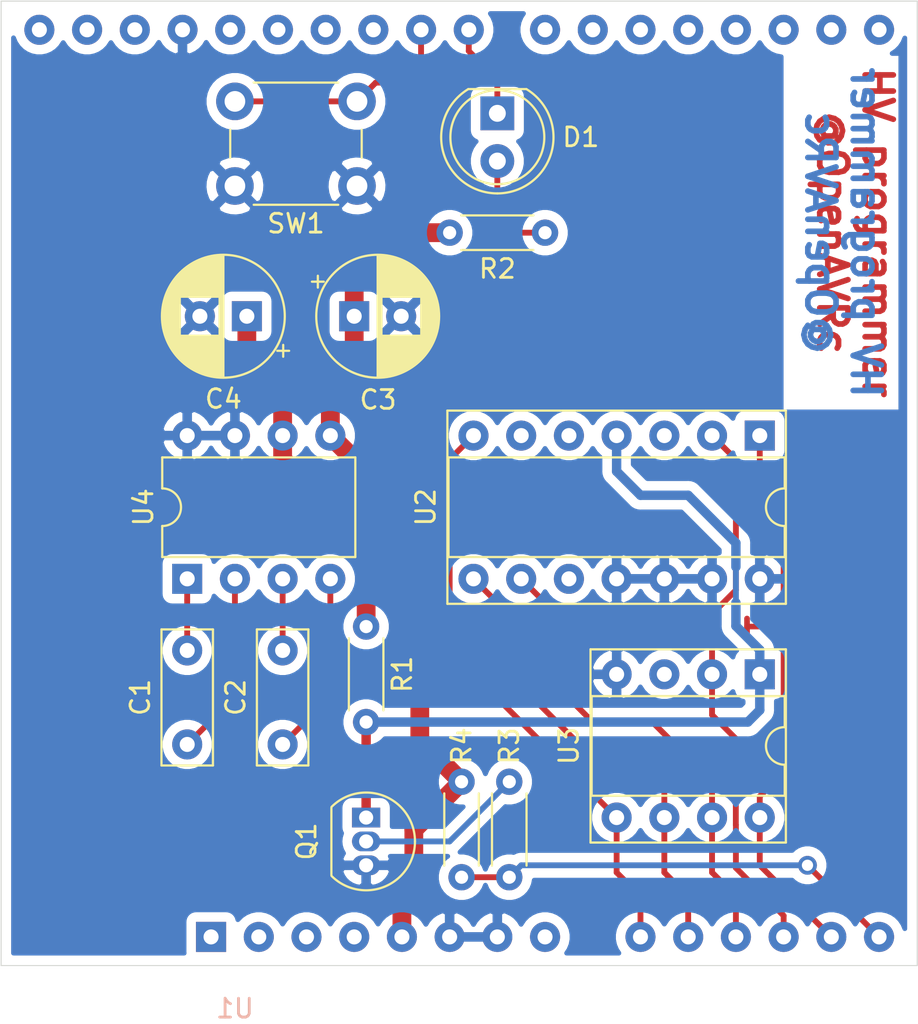
<source format=kicad_pcb>
(kicad_pcb (version 20171130) (host pcbnew "(5.1.5)-3")

  (general
    (thickness 1.6)
    (drawings 12)
    (tracks 101)
    (zones 0)
    (modules 15)
    (nets 44)
  )

  (page A4)
  (layers
    (0 F.Cu signal)
    (31 B.Cu signal)
    (32 B.Adhes user)
    (33 F.Adhes user)
    (34 B.Paste user)
    (35 F.Paste user)
    (36 B.SilkS user)
    (37 F.SilkS user)
    (38 B.Mask user)
    (39 F.Mask user)
    (40 Dwgs.User user)
    (41 Cmts.User user)
    (42 Eco1.User user)
    (43 Eco2.User user)
    (44 Edge.Cuts user)
    (45 Margin user)
    (46 B.CrtYd user)
    (47 F.CrtYd user)
    (48 B.Fab user)
    (49 F.Fab user)
  )

  (setup
    (last_trace_width 0.31)
    (user_trace_width 0.31)
    (user_trace_width 0.5)
    (user_trace_width 1)
    (trace_clearance 0.31)
    (zone_clearance 0.508)
    (zone_45_only no)
    (trace_min 0.31)
    (via_size 1)
    (via_drill 0.6)
    (via_min_size 0.6)
    (via_min_drill 0.3)
    (uvia_size 0.3)
    (uvia_drill 0.1)
    (uvias_allowed no)
    (uvia_min_size 0.2)
    (uvia_min_drill 0.1)
    (edge_width 0.05)
    (segment_width 0.2)
    (pcb_text_width 0.3)
    (pcb_text_size 1.5 1.5)
    (mod_edge_width 0.12)
    (mod_text_size 1 1)
    (mod_text_width 0.15)
    (pad_size 1.524 1.524)
    (pad_drill 0.762)
    (pad_to_mask_clearance 0.051)
    (solder_mask_min_width 0.25)
    (aux_axis_origin 151.13 128.905)
    (grid_origin 151.13 128.905)
    (visible_elements 7FFFFFFF)
    (pcbplotparams
      (layerselection 0x010fc_ffffffff)
      (usegerberextensions false)
      (usegerberattributes false)
      (usegerberadvancedattributes false)
      (creategerberjobfile false)
      (excludeedgelayer true)
      (linewidth 0.100000)
      (plotframeref false)
      (viasonmask false)
      (mode 1)
      (useauxorigin false)
      (hpglpennumber 1)
      (hpglpenspeed 20)
      (hpglpendiameter 15.000000)
      (psnegative false)
      (psa4output false)
      (plotreference true)
      (plotvalue true)
      (plotinvisibletext false)
      (padsonsilk false)
      (subtractmaskfromsilk false)
      (outputformat 1)
      (mirror false)
      (drillshape 1)
      (scaleselection 1)
      (outputdirectory ""))
  )

  (net 0 "")
  (net 1 "Net-(D1-Pad1)")
  (net 2 "Net-(D1-Pad2)")
  (net 3 "Net-(Q1-Pad2)")
  (net 4 GND)
  (net 5 +5V)
  (net 6 +12V)
  (net 7 "Net-(U1-Pad32)")
  (net 8 "Net-(U1-Pad31)")
  (net 9 "Net-(U1-Pad1)")
  (net 10 "Net-(U1-Pad17)")
  (net 11 "Net-(U1-Pad2)")
  (net 12 "Net-(U1-Pad18)")
  (net 13 "Net-(U1-Pad3)")
  (net 14 "Net-(U1-Pad19)")
  (net 15 "Net-(U1-Pad4)")
  (net 16 "Net-(U1-Pad20)")
  (net 17 "Net-(U1-Pad21)")
  (net 18 "Net-(U1-Pad22)")
  (net 19 "Net-(U1-Pad8)")
  (net 20 "Net-(U1-Pad9)")
  (net 21 "Net-(U1-Pad25)")
  (net 22 "Net-(U1-Pad10)")
  (net 23 "Net-(U1-Pad26)")
  (net 24 "Net-(U1-Pad11)")
  (net 25 "Net-(U1-Pad27)")
  (net 26 "Net-(U1-Pad12)")
  (net 27 "Net-(U1-Pad28)")
  (net 28 "Net-(U1-Pad13)")
  (net 29 "Net-(U1-Pad30)")
  (net 30 "Net-(U1-Pad15)")
  (net 31 "Net-(U1-Pad16)")
  (net 32 "Net-(U2-Pad3)")
  (net 33 "Net-(U2-Pad10)")
  (net 34 "Net-(U2-Pad5)")
  (net 35 "Net-(U2-Pad6)")
  (net 36 "Net-(U3-Pad3)")
  (net 37 "Net-(C1-Pad1)")
  (net 38 "Net-(C1-Pad2)")
  (net 39 "Net-(C2-Pad2)")
  (net 40 "Net-(C2-Pad1)")
  (net 41 /HVRESET)
  (net 42 "Net-(SW1-Pad2)")
  (net 43 /HV_CMD)

  (net_class Default "Ceci est la Netclass par défaut."
    (clearance 0.31)
    (trace_width 0.31)
    (via_dia 1)
    (via_drill 0.6)
    (uvia_dia 0.3)
    (uvia_drill 0.1)
    (add_net /HV_CMD)
    (add_net GND)
    (add_net "Net-(C1-Pad1)")
    (add_net "Net-(C1-Pad2)")
    (add_net "Net-(C2-Pad1)")
    (add_net "Net-(C2-Pad2)")
    (add_net "Net-(D1-Pad1)")
    (add_net "Net-(D1-Pad2)")
    (add_net "Net-(Q1-Pad2)")
    (add_net "Net-(SW1-Pad2)")
    (add_net "Net-(U1-Pad1)")
    (add_net "Net-(U1-Pad10)")
    (add_net "Net-(U1-Pad11)")
    (add_net "Net-(U1-Pad12)")
    (add_net "Net-(U1-Pad13)")
    (add_net "Net-(U1-Pad15)")
    (add_net "Net-(U1-Pad16)")
    (add_net "Net-(U1-Pad17)")
    (add_net "Net-(U1-Pad18)")
    (add_net "Net-(U1-Pad19)")
    (add_net "Net-(U1-Pad2)")
    (add_net "Net-(U1-Pad20)")
    (add_net "Net-(U1-Pad21)")
    (add_net "Net-(U1-Pad22)")
    (add_net "Net-(U1-Pad25)")
    (add_net "Net-(U1-Pad26)")
    (add_net "Net-(U1-Pad27)")
    (add_net "Net-(U1-Pad28)")
    (add_net "Net-(U1-Pad3)")
    (add_net "Net-(U1-Pad30)")
    (add_net "Net-(U1-Pad31)")
    (add_net "Net-(U1-Pad32)")
    (add_net "Net-(U1-Pad4)")
    (add_net "Net-(U1-Pad8)")
    (add_net "Net-(U1-Pad9)")
    (add_net "Net-(U2-Pad10)")
    (add_net "Net-(U2-Pad3)")
    (add_net "Net-(U2-Pad5)")
    (add_net "Net-(U2-Pad6)")
    (add_net "Net-(U3-Pad3)")
  )

  (net_class ALIM ""
    (clearance 0.31)
    (trace_width 1)
    (via_dia 1)
    (via_drill 0.6)
    (uvia_dia 0.3)
    (uvia_drill 0.1)
    (add_net +12V)
    (add_net +5V)
    (add_net /HVRESET)
  )

  (module Package_TO_SOT_THT:TO-92_Inline (layer F.Cu) (tedit 5A1DD157) (tstamp 5E8D743D)
    (at 170.815 120.65 270)
    (descr "TO-92 leads in-line, narrow, oval pads, drill 0.75mm (see NXP sot054_po.pdf)")
    (tags "to-92 sc-43 sc-43a sot54 PA33 transistor")
    (path /5E8E5122)
    (fp_text reference Q1 (at 1.27 3.175 90) (layer F.SilkS)
      (effects (font (size 1 1) (thickness 0.15)))
    )
    (fp_text value BC547 (at 1.27 2.79 90) (layer F.Fab)
      (effects (font (size 1 1) (thickness 0.15)))
    )
    (fp_text user %R (at 1.27 -0.635 90) (layer F.Fab)
      (effects (font (size 1 1) (thickness 0.15)))
    )
    (fp_line (start -0.53 1.85) (end 3.07 1.85) (layer F.SilkS) (width 0.12))
    (fp_line (start -0.5 1.75) (end 3 1.75) (layer F.Fab) (width 0.1))
    (fp_line (start -1.46 -2.73) (end 4 -2.73) (layer F.CrtYd) (width 0.05))
    (fp_line (start -1.46 -2.73) (end -1.46 2.01) (layer F.CrtYd) (width 0.05))
    (fp_line (start 4 2.01) (end 4 -2.73) (layer F.CrtYd) (width 0.05))
    (fp_line (start 4 2.01) (end -1.46 2.01) (layer F.CrtYd) (width 0.05))
    (fp_arc (start 1.27 0) (end 1.27 -2.48) (angle 135) (layer F.Fab) (width 0.1))
    (fp_arc (start 1.27 0) (end 1.27 -2.6) (angle -135) (layer F.SilkS) (width 0.12))
    (fp_arc (start 1.27 0) (end 1.27 -2.48) (angle -135) (layer F.Fab) (width 0.1))
    (fp_arc (start 1.27 0) (end 1.27 -2.6) (angle 135) (layer F.SilkS) (width 0.12))
    (pad 2 thru_hole oval (at 1.27 0 270) (size 1.05 1.5) (drill 0.75) (layers *.Cu *.Mask)
      (net 3 "Net-(Q1-Pad2)"))
    (pad 3 thru_hole oval (at 2.54 0 270) (size 1.05 1.5) (drill 0.75) (layers *.Cu *.Mask)
      (net 4 GND))
    (pad 1 thru_hole rect (at 0 0 270) (size 1.05 1.5) (drill 0.75) (layers *.Cu *.Mask)
      (net 41 /HVRESET))
    (model ${KISYS3DMOD}/Package_TO_SOT_THT.3dshapes/TO-92_Inline.wrl
      (at (xyz 0 0 0))
      (scale (xyz 1 1 1))
      (rotate (xyz 0 0 0))
    )
  )

  (module Module:Arduino_UNO_R3 (layer B.Cu) (tedit 5E8B63CD) (tstamp 5E8A0AD9)
    (at 162.56 127)
    (descr "Arduino UNO R3, http://www.mouser.com/pdfdocs/Gravitech_Arduino_Nano3_0.pdf")
    (tags "Arduino UNO R3")
    (path /5E8A0861)
    (fp_text reference U1 (at 1.27 3.81 -180) (layer B.SilkS)
      (effects (font (size 1 1) (thickness 0.15)) (justify mirror))
    )
    (fp_text value Arduino_UNO_R3 (at 0 -22.86) (layer B.Fab)
      (effects (font (size 1 1) (thickness 0.15)) (justify mirror))
    )
    (fp_text user %R (at 0 -20.32 -180) (layer B.Fab)
      (effects (font (size 1 1) (thickness 0.15)) (justify mirror))
    )
    (fp_line (start 37.592 -49.784) (end -11.176 -49.784) (layer B.Fab) (width 0.12))
    (fp_line (start -11.176 1.524) (end 37.592 1.524) (layer B.Fab) (width 0.12))
    (fp_line (start 37.592 1.524) (end 37.592 -49.784) (layer B.Fab) (width 0.12))
    (fp_line (start -11.176 1.524) (end -11.176 -49.784) (layer B.Fab) (width 0.12))
    (fp_line (start 37.592 -49.784) (end 37.592 1.524) (layer B.CrtYd) (width 0.12))
    (fp_line (start 37.592 1.524) (end -11.176 1.524) (layer B.CrtYd) (width 0.12))
    (fp_line (start -11.176 1.524) (end -11.176 -49.784) (layer B.CrtYd) (width 0.12))
    (fp_line (start -11.176 -49.784) (end 37.592 -49.784) (layer B.CrtYd) (width 0.12))
    (pad 32 thru_hole oval (at -9.14 -48.26 270) (size 1.6 1.6) (drill 0.8) (layers *.Cu *.Mask)
      (net 7 "Net-(U1-Pad32)"))
    (pad 31 thru_hole oval (at -6.6 -48.26 270) (size 1.6 1.6) (drill 0.8) (layers *.Cu *.Mask)
      (net 8 "Net-(U1-Pad31)"))
    (pad 1 thru_hole rect (at 0 0 270) (size 1.6 1.6) (drill 0.8) (layers *.Cu *.Mask)
      (net 9 "Net-(U1-Pad1)"))
    (pad 17 thru_hole oval (at 30.48 -48.26 270) (size 1.6 1.6) (drill 0.8) (layers *.Cu *.Mask)
      (net 10 "Net-(U1-Pad17)"))
    (pad 2 thru_hole oval (at 2.54 0 270) (size 1.6 1.6) (drill 0.8) (layers *.Cu *.Mask)
      (net 11 "Net-(U1-Pad2)"))
    (pad 18 thru_hole oval (at 27.94 -48.26 270) (size 1.6 1.6) (drill 0.8) (layers *.Cu *.Mask)
      (net 12 "Net-(U1-Pad18)"))
    (pad 3 thru_hole oval (at 5.08 0 270) (size 1.6 1.6) (drill 0.8) (layers *.Cu *.Mask)
      (net 13 "Net-(U1-Pad3)"))
    (pad 19 thru_hole oval (at 25.4 -48.26 270) (size 1.6 1.6) (drill 0.8) (layers *.Cu *.Mask)
      (net 14 "Net-(U1-Pad19)"))
    (pad 4 thru_hole oval (at 7.62 0 270) (size 1.6 1.6) (drill 0.8) (layers *.Cu *.Mask)
      (net 15 "Net-(U1-Pad4)"))
    (pad 20 thru_hole oval (at 22.86 -48.26 270) (size 1.6 1.6) (drill 0.8) (layers *.Cu *.Mask)
      (net 16 "Net-(U1-Pad20)"))
    (pad 5 thru_hole oval (at 10.16 0 270) (size 1.6 1.6) (drill 0.8) (layers *.Cu *.Mask)
      (net 5 +5V))
    (pad 21 thru_hole oval (at 20.32 -48.26 270) (size 1.6 1.6) (drill 0.8) (layers *.Cu *.Mask)
      (net 17 "Net-(U1-Pad21)"))
    (pad 6 thru_hole oval (at 12.7 0 270) (size 1.6 1.6) (drill 0.8) (layers *.Cu *.Mask)
      (net 4 GND))
    (pad 22 thru_hole oval (at 17.78 -48.26 270) (size 1.6 1.6) (drill 0.8) (layers *.Cu *.Mask)
      (net 18 "Net-(U1-Pad22)"))
    (pad 7 thru_hole oval (at 15.24 0 270) (size 1.6 1.6) (drill 0.8) (layers *.Cu *.Mask)
      (net 4 GND))
    (pad 23 thru_hole oval (at 13.72 -48.26 270) (size 1.6 1.6) (drill 0.8) (layers *.Cu *.Mask)
      (net 1 "Net-(D1-Pad1)"))
    (pad 8 thru_hole oval (at 17.78 0 270) (size 1.6 1.6) (drill 0.8) (layers *.Cu *.Mask)
      (net 19 "Net-(U1-Pad8)"))
    (pad 24 thru_hole oval (at 11.18 -48.26 270) (size 1.6 1.6) (drill 0.8) (layers *.Cu *.Mask)
      (net 42 "Net-(SW1-Pad2)"))
    (pad 9 thru_hole oval (at 22.86 0 270) (size 1.6 1.6) (drill 0.8) (layers *.Cu *.Mask)
      (net 20 "Net-(U1-Pad9)"))
    (pad 25 thru_hole oval (at 8.64 -48.26 270) (size 1.6 1.6) (drill 0.8) (layers *.Cu *.Mask)
      (net 21 "Net-(U1-Pad25)"))
    (pad 10 thru_hole oval (at 25.4 0 270) (size 1.6 1.6) (drill 0.8) (layers *.Cu *.Mask)
      (net 22 "Net-(U1-Pad10)"))
    (pad 26 thru_hole oval (at 6.1 -48.26 270) (size 1.6 1.6) (drill 0.8) (layers *.Cu *.Mask)
      (net 23 "Net-(U1-Pad26)"))
    (pad 11 thru_hole oval (at 27.94 0 270) (size 1.6 1.6) (drill 0.8) (layers *.Cu *.Mask)
      (net 24 "Net-(U1-Pad11)"))
    (pad 27 thru_hole oval (at 3.56 -48.26 270) (size 1.6 1.6) (drill 0.8) (layers *.Cu *.Mask)
      (net 25 "Net-(U1-Pad27)"))
    (pad 12 thru_hole oval (at 30.48 0 270) (size 1.6 1.6) (drill 0.8) (layers *.Cu *.Mask)
      (net 26 "Net-(U1-Pad12)"))
    (pad 28 thru_hole oval (at 1.02 -48.26 270) (size 1.6 1.6) (drill 0.8) (layers *.Cu *.Mask)
      (net 27 "Net-(U1-Pad28)"))
    (pad 13 thru_hole oval (at 33.02 0 270) (size 1.6 1.6) (drill 0.8) (layers *.Cu *.Mask)
      (net 28 "Net-(U1-Pad13)"))
    (pad 29 thru_hole oval (at -1.52 -48.26 270) (size 1.6 1.6) (drill 0.8) (layers *.Cu *.Mask)
      (net 4 GND))
    (pad 14 thru_hole oval (at 35.56 0 270) (size 1.6 1.6) (drill 0.8) (layers *.Cu *.Mask)
      (net 43 /HV_CMD))
    (pad 30 thru_hole oval (at -4.06 -48.26 270) (size 1.6 1.6) (drill 0.8) (layers *.Cu *.Mask)
      (net 29 "Net-(U1-Pad30)"))
    (pad 15 thru_hole oval (at 35.56 -48.26 270) (size 1.6 1.6) (drill 0.8) (layers *.Cu *.Mask)
      (net 30 "Net-(U1-Pad15)"))
    (pad 16 thru_hole oval (at 33.02 -48.26 270) (size 1.6 1.6) (drill 0.8) (layers *.Cu *.Mask)
      (net 31 "Net-(U1-Pad16)"))
    (model ${KISYS3DMOD}/Module.3dshapes/Arduino_UNO_R3.wrl
      (at (xyz 0 0 0))
      (scale (xyz 1 1 1))
      (rotate (xyz 0 0 0))
    )
  )

  (module LED_THT:LED_D5.0mm (layer F.Cu) (tedit 5995936A) (tstamp 5E8A163B)
    (at 177.8 83.185 270)
    (descr "LED, diameter 5.0mm, 2 pins, http://cdn-reichelt.de/documents/datenblatt/A500/LL-504BC2E-009.pdf")
    (tags "LED diameter 5.0mm 2 pins")
    (path /5E8C7361)
    (fp_text reference D1 (at 1.27 -4.445 180) (layer F.SilkS)
      (effects (font (size 1 1) (thickness 0.15)))
    )
    (fp_text value LED (at 1.27 3.96 90) (layer F.Fab)
      (effects (font (size 1 1) (thickness 0.15)))
    )
    (fp_arc (start 1.27 0) (end -1.23 -1.469694) (angle 299.1) (layer F.Fab) (width 0.1))
    (fp_arc (start 1.27 0) (end -1.29 -1.54483) (angle 148.9) (layer F.SilkS) (width 0.12))
    (fp_arc (start 1.27 0) (end -1.29 1.54483) (angle -148.9) (layer F.SilkS) (width 0.12))
    (fp_circle (center 1.27 0) (end 3.77 0) (layer F.Fab) (width 0.1))
    (fp_circle (center 1.27 0) (end 3.77 0) (layer F.SilkS) (width 0.12))
    (fp_line (start -1.23 -1.469694) (end -1.23 1.469694) (layer F.Fab) (width 0.1))
    (fp_line (start -1.29 -1.545) (end -1.29 1.545) (layer F.SilkS) (width 0.12))
    (fp_line (start -1.95 -3.25) (end -1.95 3.25) (layer F.CrtYd) (width 0.05))
    (fp_line (start -1.95 3.25) (end 4.5 3.25) (layer F.CrtYd) (width 0.05))
    (fp_line (start 4.5 3.25) (end 4.5 -3.25) (layer F.CrtYd) (width 0.05))
    (fp_line (start 4.5 -3.25) (end -1.95 -3.25) (layer F.CrtYd) (width 0.05))
    (fp_text user %R (at 1.25 0 90) (layer F.Fab)
      (effects (font (size 0.8 0.8) (thickness 0.2)))
    )
    (pad 1 thru_hole rect (at 0 0 270) (size 1.8 1.8) (drill 0.9) (layers *.Cu *.Mask)
      (net 1 "Net-(D1-Pad1)"))
    (pad 2 thru_hole circle (at 2.54 0 270) (size 1.8 1.8) (drill 0.9) (layers *.Cu *.Mask)
      (net 2 "Net-(D1-Pad2)"))
    (model ${KISYS3DMOD}/LED_THT.3dshapes/LED_D5.0mm.wrl
      (at (xyz 0 0 0))
      (scale (xyz 1 1 1))
      (rotate (xyz 0 0 0))
    )
  )

  (module Capacitor_THT:C_Disc_D7.0mm_W2.5mm_P5.00mm (layer F.Cu) (tedit 5AE50EF0) (tstamp 5E8BB16D)
    (at 161.29 116.76 90)
    (descr "C, Disc series, Radial, pin pitch=5.00mm, , diameter*width=7*2.5mm^2, Capacitor, http://cdn-reichelt.de/documents/datenblatt/B300/DS_KERKO_TC.pdf")
    (tags "C Disc series Radial pin pitch 5.00mm  diameter 7mm width 2.5mm Capacitor")
    (path /5E8BEE6D)
    (fp_text reference C1 (at 2.5 -2.5 90) (layer F.SilkS)
      (effects (font (size 1 1) (thickness 0.15)))
    )
    (fp_text value 0,22uF (at -3.89 0 90) (layer F.Fab)
      (effects (font (size 1 1) (thickness 0.15)))
    )
    (fp_line (start -1 -1.25) (end -1 1.25) (layer F.Fab) (width 0.1))
    (fp_line (start -1 1.25) (end 6 1.25) (layer F.Fab) (width 0.1))
    (fp_line (start 6 1.25) (end 6 -1.25) (layer F.Fab) (width 0.1))
    (fp_line (start 6 -1.25) (end -1 -1.25) (layer F.Fab) (width 0.1))
    (fp_line (start -1.12 -1.37) (end 6.12 -1.37) (layer F.SilkS) (width 0.12))
    (fp_line (start -1.12 1.37) (end 6.12 1.37) (layer F.SilkS) (width 0.12))
    (fp_line (start -1.12 -1.37) (end -1.12 1.37) (layer F.SilkS) (width 0.12))
    (fp_line (start 6.12 -1.37) (end 6.12 1.37) (layer F.SilkS) (width 0.12))
    (fp_line (start -1.25 -1.5) (end -1.25 1.5) (layer F.CrtYd) (width 0.05))
    (fp_line (start -1.25 1.5) (end 6.25 1.5) (layer F.CrtYd) (width 0.05))
    (fp_line (start 6.25 1.5) (end 6.25 -1.5) (layer F.CrtYd) (width 0.05))
    (fp_line (start 6.25 -1.5) (end -1.25 -1.5) (layer F.CrtYd) (width 0.05))
    (fp_text user %R (at 2.5 0 90) (layer F.Fab)
      (effects (font (size 1 1) (thickness 0.15)))
    )
    (pad 1 thru_hole circle (at 0 0 90) (size 1.6 1.6) (drill 0.8) (layers *.Cu *.Mask)
      (net 37 "Net-(C1-Pad1)"))
    (pad 2 thru_hole circle (at 5 0 90) (size 1.6 1.6) (drill 0.8) (layers *.Cu *.Mask)
      (net 38 "Net-(C1-Pad2)"))
    (model ${KISYS3DMOD}/Capacitor_THT.3dshapes/C_Disc_D7.0mm_W2.5mm_P5.00mm.wrl
      (at (xyz 0 0 0))
      (scale (xyz 1 1 1))
      (rotate (xyz 0 0 0))
    )
  )

  (module Capacitor_THT:C_Disc_D7.0mm_W2.5mm_P5.00mm (layer F.Cu) (tedit 5AE50EF0) (tstamp 5E8BB180)
    (at 166.37 116.76 90)
    (descr "C, Disc series, Radial, pin pitch=5.00mm, , diameter*width=7*2.5mm^2, Capacitor, http://cdn-reichelt.de/documents/datenblatt/B300/DS_KERKO_TC.pdf")
    (tags "C Disc series Radial pin pitch 5.00mm  diameter 7mm width 2.5mm Capacitor")
    (path /5E8C01D4)
    (fp_text reference C2 (at 2.5 -2.5 90) (layer F.SilkS)
      (effects (font (size 1 1) (thickness 0.15)))
    )
    (fp_text value 0,22uF (at -3.89 0 90) (layer F.Fab)
      (effects (font (size 1 1) (thickness 0.15)))
    )
    (fp_text user %R (at 2.5 0 90) (layer F.Fab)
      (effects (font (size 1 1) (thickness 0.15)))
    )
    (fp_line (start 6.25 -1.5) (end -1.25 -1.5) (layer F.CrtYd) (width 0.05))
    (fp_line (start 6.25 1.5) (end 6.25 -1.5) (layer F.CrtYd) (width 0.05))
    (fp_line (start -1.25 1.5) (end 6.25 1.5) (layer F.CrtYd) (width 0.05))
    (fp_line (start -1.25 -1.5) (end -1.25 1.5) (layer F.CrtYd) (width 0.05))
    (fp_line (start 6.12 -1.37) (end 6.12 1.37) (layer F.SilkS) (width 0.12))
    (fp_line (start -1.12 -1.37) (end -1.12 1.37) (layer F.SilkS) (width 0.12))
    (fp_line (start -1.12 1.37) (end 6.12 1.37) (layer F.SilkS) (width 0.12))
    (fp_line (start -1.12 -1.37) (end 6.12 -1.37) (layer F.SilkS) (width 0.12))
    (fp_line (start 6 -1.25) (end -1 -1.25) (layer F.Fab) (width 0.1))
    (fp_line (start 6 1.25) (end 6 -1.25) (layer F.Fab) (width 0.1))
    (fp_line (start -1 1.25) (end 6 1.25) (layer F.Fab) (width 0.1))
    (fp_line (start -1 -1.25) (end -1 1.25) (layer F.Fab) (width 0.1))
    (pad 2 thru_hole circle (at 5 0 90) (size 1.6 1.6) (drill 0.8) (layers *.Cu *.Mask)
      (net 39 "Net-(C2-Pad2)"))
    (pad 1 thru_hole circle (at 0 0 90) (size 1.6 1.6) (drill 0.8) (layers *.Cu *.Mask)
      (net 40 "Net-(C2-Pad1)"))
    (model ${KISYS3DMOD}/Capacitor_THT.3dshapes/C_Disc_D7.0mm_W2.5mm_P5.00mm.wrl
      (at (xyz 0 0 0))
      (scale (xyz 1 1 1))
      (rotate (xyz 0 0 0))
    )
  )

  (module Capacitor_THT:CP_Radial_D6.3mm_P2.50mm (layer F.Cu) (tedit 5AE50EF0) (tstamp 5E8BB214)
    (at 170.18 93.98)
    (descr "CP, Radial series, Radial, pin pitch=2.50mm, , diameter=6.3mm, Electrolytic Capacitor")
    (tags "CP Radial series Radial pin pitch 2.50mm  diameter 6.3mm Electrolytic Capacitor")
    (path /5E8C3315)
    (fp_text reference C3 (at 1.27 4.445) (layer F.SilkS)
      (effects (font (size 1 1) (thickness 0.15)))
    )
    (fp_text value 4,7uF (at 1.25 1.905) (layer F.Fab)
      (effects (font (size 1 1) (thickness 0.15)))
    )
    (fp_text user %R (at 1.25 0) (layer F.Fab)
      (effects (font (size 1 1) (thickness 0.15)))
    )
    (fp_line (start -1.935241 -2.154) (end -1.935241 -1.524) (layer F.SilkS) (width 0.12))
    (fp_line (start -2.250241 -1.839) (end -1.620241 -1.839) (layer F.SilkS) (width 0.12))
    (fp_line (start 4.491 -0.402) (end 4.491 0.402) (layer F.SilkS) (width 0.12))
    (fp_line (start 4.451 -0.633) (end 4.451 0.633) (layer F.SilkS) (width 0.12))
    (fp_line (start 4.411 -0.802) (end 4.411 0.802) (layer F.SilkS) (width 0.12))
    (fp_line (start 4.371 -0.94) (end 4.371 0.94) (layer F.SilkS) (width 0.12))
    (fp_line (start 4.331 -1.059) (end 4.331 1.059) (layer F.SilkS) (width 0.12))
    (fp_line (start 4.291 -1.165) (end 4.291 1.165) (layer F.SilkS) (width 0.12))
    (fp_line (start 4.251 -1.262) (end 4.251 1.262) (layer F.SilkS) (width 0.12))
    (fp_line (start 4.211 -1.35) (end 4.211 1.35) (layer F.SilkS) (width 0.12))
    (fp_line (start 4.171 -1.432) (end 4.171 1.432) (layer F.SilkS) (width 0.12))
    (fp_line (start 4.131 -1.509) (end 4.131 1.509) (layer F.SilkS) (width 0.12))
    (fp_line (start 4.091 -1.581) (end 4.091 1.581) (layer F.SilkS) (width 0.12))
    (fp_line (start 4.051 -1.65) (end 4.051 1.65) (layer F.SilkS) (width 0.12))
    (fp_line (start 4.011 -1.714) (end 4.011 1.714) (layer F.SilkS) (width 0.12))
    (fp_line (start 3.971 -1.776) (end 3.971 1.776) (layer F.SilkS) (width 0.12))
    (fp_line (start 3.931 -1.834) (end 3.931 1.834) (layer F.SilkS) (width 0.12))
    (fp_line (start 3.891 -1.89) (end 3.891 1.89) (layer F.SilkS) (width 0.12))
    (fp_line (start 3.851 -1.944) (end 3.851 1.944) (layer F.SilkS) (width 0.12))
    (fp_line (start 3.811 -1.995) (end 3.811 1.995) (layer F.SilkS) (width 0.12))
    (fp_line (start 3.771 -2.044) (end 3.771 2.044) (layer F.SilkS) (width 0.12))
    (fp_line (start 3.731 -2.092) (end 3.731 2.092) (layer F.SilkS) (width 0.12))
    (fp_line (start 3.691 -2.137) (end 3.691 2.137) (layer F.SilkS) (width 0.12))
    (fp_line (start 3.651 -2.182) (end 3.651 2.182) (layer F.SilkS) (width 0.12))
    (fp_line (start 3.611 -2.224) (end 3.611 2.224) (layer F.SilkS) (width 0.12))
    (fp_line (start 3.571 -2.265) (end 3.571 2.265) (layer F.SilkS) (width 0.12))
    (fp_line (start 3.531 1.04) (end 3.531 2.305) (layer F.SilkS) (width 0.12))
    (fp_line (start 3.531 -2.305) (end 3.531 -1.04) (layer F.SilkS) (width 0.12))
    (fp_line (start 3.491 1.04) (end 3.491 2.343) (layer F.SilkS) (width 0.12))
    (fp_line (start 3.491 -2.343) (end 3.491 -1.04) (layer F.SilkS) (width 0.12))
    (fp_line (start 3.451 1.04) (end 3.451 2.38) (layer F.SilkS) (width 0.12))
    (fp_line (start 3.451 -2.38) (end 3.451 -1.04) (layer F.SilkS) (width 0.12))
    (fp_line (start 3.411 1.04) (end 3.411 2.416) (layer F.SilkS) (width 0.12))
    (fp_line (start 3.411 -2.416) (end 3.411 -1.04) (layer F.SilkS) (width 0.12))
    (fp_line (start 3.371 1.04) (end 3.371 2.45) (layer F.SilkS) (width 0.12))
    (fp_line (start 3.371 -2.45) (end 3.371 -1.04) (layer F.SilkS) (width 0.12))
    (fp_line (start 3.331 1.04) (end 3.331 2.484) (layer F.SilkS) (width 0.12))
    (fp_line (start 3.331 -2.484) (end 3.331 -1.04) (layer F.SilkS) (width 0.12))
    (fp_line (start 3.291 1.04) (end 3.291 2.516) (layer F.SilkS) (width 0.12))
    (fp_line (start 3.291 -2.516) (end 3.291 -1.04) (layer F.SilkS) (width 0.12))
    (fp_line (start 3.251 1.04) (end 3.251 2.548) (layer F.SilkS) (width 0.12))
    (fp_line (start 3.251 -2.548) (end 3.251 -1.04) (layer F.SilkS) (width 0.12))
    (fp_line (start 3.211 1.04) (end 3.211 2.578) (layer F.SilkS) (width 0.12))
    (fp_line (start 3.211 -2.578) (end 3.211 -1.04) (layer F.SilkS) (width 0.12))
    (fp_line (start 3.171 1.04) (end 3.171 2.607) (layer F.SilkS) (width 0.12))
    (fp_line (start 3.171 -2.607) (end 3.171 -1.04) (layer F.SilkS) (width 0.12))
    (fp_line (start 3.131 1.04) (end 3.131 2.636) (layer F.SilkS) (width 0.12))
    (fp_line (start 3.131 -2.636) (end 3.131 -1.04) (layer F.SilkS) (width 0.12))
    (fp_line (start 3.091 1.04) (end 3.091 2.664) (layer F.SilkS) (width 0.12))
    (fp_line (start 3.091 -2.664) (end 3.091 -1.04) (layer F.SilkS) (width 0.12))
    (fp_line (start 3.051 1.04) (end 3.051 2.69) (layer F.SilkS) (width 0.12))
    (fp_line (start 3.051 -2.69) (end 3.051 -1.04) (layer F.SilkS) (width 0.12))
    (fp_line (start 3.011 1.04) (end 3.011 2.716) (layer F.SilkS) (width 0.12))
    (fp_line (start 3.011 -2.716) (end 3.011 -1.04) (layer F.SilkS) (width 0.12))
    (fp_line (start 2.971 1.04) (end 2.971 2.742) (layer F.SilkS) (width 0.12))
    (fp_line (start 2.971 -2.742) (end 2.971 -1.04) (layer F.SilkS) (width 0.12))
    (fp_line (start 2.931 1.04) (end 2.931 2.766) (layer F.SilkS) (width 0.12))
    (fp_line (start 2.931 -2.766) (end 2.931 -1.04) (layer F.SilkS) (width 0.12))
    (fp_line (start 2.891 1.04) (end 2.891 2.79) (layer F.SilkS) (width 0.12))
    (fp_line (start 2.891 -2.79) (end 2.891 -1.04) (layer F.SilkS) (width 0.12))
    (fp_line (start 2.851 1.04) (end 2.851 2.812) (layer F.SilkS) (width 0.12))
    (fp_line (start 2.851 -2.812) (end 2.851 -1.04) (layer F.SilkS) (width 0.12))
    (fp_line (start 2.811 1.04) (end 2.811 2.834) (layer F.SilkS) (width 0.12))
    (fp_line (start 2.811 -2.834) (end 2.811 -1.04) (layer F.SilkS) (width 0.12))
    (fp_line (start 2.771 1.04) (end 2.771 2.856) (layer F.SilkS) (width 0.12))
    (fp_line (start 2.771 -2.856) (end 2.771 -1.04) (layer F.SilkS) (width 0.12))
    (fp_line (start 2.731 1.04) (end 2.731 2.876) (layer F.SilkS) (width 0.12))
    (fp_line (start 2.731 -2.876) (end 2.731 -1.04) (layer F.SilkS) (width 0.12))
    (fp_line (start 2.691 1.04) (end 2.691 2.896) (layer F.SilkS) (width 0.12))
    (fp_line (start 2.691 -2.896) (end 2.691 -1.04) (layer F.SilkS) (width 0.12))
    (fp_line (start 2.651 1.04) (end 2.651 2.916) (layer F.SilkS) (width 0.12))
    (fp_line (start 2.651 -2.916) (end 2.651 -1.04) (layer F.SilkS) (width 0.12))
    (fp_line (start 2.611 1.04) (end 2.611 2.934) (layer F.SilkS) (width 0.12))
    (fp_line (start 2.611 -2.934) (end 2.611 -1.04) (layer F.SilkS) (width 0.12))
    (fp_line (start 2.571 1.04) (end 2.571 2.952) (layer F.SilkS) (width 0.12))
    (fp_line (start 2.571 -2.952) (end 2.571 -1.04) (layer F.SilkS) (width 0.12))
    (fp_line (start 2.531 1.04) (end 2.531 2.97) (layer F.SilkS) (width 0.12))
    (fp_line (start 2.531 -2.97) (end 2.531 -1.04) (layer F.SilkS) (width 0.12))
    (fp_line (start 2.491 1.04) (end 2.491 2.986) (layer F.SilkS) (width 0.12))
    (fp_line (start 2.491 -2.986) (end 2.491 -1.04) (layer F.SilkS) (width 0.12))
    (fp_line (start 2.451 1.04) (end 2.451 3.002) (layer F.SilkS) (width 0.12))
    (fp_line (start 2.451 -3.002) (end 2.451 -1.04) (layer F.SilkS) (width 0.12))
    (fp_line (start 2.411 1.04) (end 2.411 3.018) (layer F.SilkS) (width 0.12))
    (fp_line (start 2.411 -3.018) (end 2.411 -1.04) (layer F.SilkS) (width 0.12))
    (fp_line (start 2.371 1.04) (end 2.371 3.033) (layer F.SilkS) (width 0.12))
    (fp_line (start 2.371 -3.033) (end 2.371 -1.04) (layer F.SilkS) (width 0.12))
    (fp_line (start 2.331 1.04) (end 2.331 3.047) (layer F.SilkS) (width 0.12))
    (fp_line (start 2.331 -3.047) (end 2.331 -1.04) (layer F.SilkS) (width 0.12))
    (fp_line (start 2.291 1.04) (end 2.291 3.061) (layer F.SilkS) (width 0.12))
    (fp_line (start 2.291 -3.061) (end 2.291 -1.04) (layer F.SilkS) (width 0.12))
    (fp_line (start 2.251 1.04) (end 2.251 3.074) (layer F.SilkS) (width 0.12))
    (fp_line (start 2.251 -3.074) (end 2.251 -1.04) (layer F.SilkS) (width 0.12))
    (fp_line (start 2.211 1.04) (end 2.211 3.086) (layer F.SilkS) (width 0.12))
    (fp_line (start 2.211 -3.086) (end 2.211 -1.04) (layer F.SilkS) (width 0.12))
    (fp_line (start 2.171 1.04) (end 2.171 3.098) (layer F.SilkS) (width 0.12))
    (fp_line (start 2.171 -3.098) (end 2.171 -1.04) (layer F.SilkS) (width 0.12))
    (fp_line (start 2.131 1.04) (end 2.131 3.11) (layer F.SilkS) (width 0.12))
    (fp_line (start 2.131 -3.11) (end 2.131 -1.04) (layer F.SilkS) (width 0.12))
    (fp_line (start 2.091 1.04) (end 2.091 3.121) (layer F.SilkS) (width 0.12))
    (fp_line (start 2.091 -3.121) (end 2.091 -1.04) (layer F.SilkS) (width 0.12))
    (fp_line (start 2.051 1.04) (end 2.051 3.131) (layer F.SilkS) (width 0.12))
    (fp_line (start 2.051 -3.131) (end 2.051 -1.04) (layer F.SilkS) (width 0.12))
    (fp_line (start 2.011 1.04) (end 2.011 3.141) (layer F.SilkS) (width 0.12))
    (fp_line (start 2.011 -3.141) (end 2.011 -1.04) (layer F.SilkS) (width 0.12))
    (fp_line (start 1.971 1.04) (end 1.971 3.15) (layer F.SilkS) (width 0.12))
    (fp_line (start 1.971 -3.15) (end 1.971 -1.04) (layer F.SilkS) (width 0.12))
    (fp_line (start 1.93 1.04) (end 1.93 3.159) (layer F.SilkS) (width 0.12))
    (fp_line (start 1.93 -3.159) (end 1.93 -1.04) (layer F.SilkS) (width 0.12))
    (fp_line (start 1.89 1.04) (end 1.89 3.167) (layer F.SilkS) (width 0.12))
    (fp_line (start 1.89 -3.167) (end 1.89 -1.04) (layer F.SilkS) (width 0.12))
    (fp_line (start 1.85 1.04) (end 1.85 3.175) (layer F.SilkS) (width 0.12))
    (fp_line (start 1.85 -3.175) (end 1.85 -1.04) (layer F.SilkS) (width 0.12))
    (fp_line (start 1.81 1.04) (end 1.81 3.182) (layer F.SilkS) (width 0.12))
    (fp_line (start 1.81 -3.182) (end 1.81 -1.04) (layer F.SilkS) (width 0.12))
    (fp_line (start 1.77 1.04) (end 1.77 3.189) (layer F.SilkS) (width 0.12))
    (fp_line (start 1.77 -3.189) (end 1.77 -1.04) (layer F.SilkS) (width 0.12))
    (fp_line (start 1.73 1.04) (end 1.73 3.195) (layer F.SilkS) (width 0.12))
    (fp_line (start 1.73 -3.195) (end 1.73 -1.04) (layer F.SilkS) (width 0.12))
    (fp_line (start 1.69 1.04) (end 1.69 3.201) (layer F.SilkS) (width 0.12))
    (fp_line (start 1.69 -3.201) (end 1.69 -1.04) (layer F.SilkS) (width 0.12))
    (fp_line (start 1.65 1.04) (end 1.65 3.206) (layer F.SilkS) (width 0.12))
    (fp_line (start 1.65 -3.206) (end 1.65 -1.04) (layer F.SilkS) (width 0.12))
    (fp_line (start 1.61 1.04) (end 1.61 3.211) (layer F.SilkS) (width 0.12))
    (fp_line (start 1.61 -3.211) (end 1.61 -1.04) (layer F.SilkS) (width 0.12))
    (fp_line (start 1.57 1.04) (end 1.57 3.215) (layer F.SilkS) (width 0.12))
    (fp_line (start 1.57 -3.215) (end 1.57 -1.04) (layer F.SilkS) (width 0.12))
    (fp_line (start 1.53 1.04) (end 1.53 3.218) (layer F.SilkS) (width 0.12))
    (fp_line (start 1.53 -3.218) (end 1.53 -1.04) (layer F.SilkS) (width 0.12))
    (fp_line (start 1.49 1.04) (end 1.49 3.222) (layer F.SilkS) (width 0.12))
    (fp_line (start 1.49 -3.222) (end 1.49 -1.04) (layer F.SilkS) (width 0.12))
    (fp_line (start 1.45 -3.224) (end 1.45 3.224) (layer F.SilkS) (width 0.12))
    (fp_line (start 1.41 -3.227) (end 1.41 3.227) (layer F.SilkS) (width 0.12))
    (fp_line (start 1.37 -3.228) (end 1.37 3.228) (layer F.SilkS) (width 0.12))
    (fp_line (start 1.33 -3.23) (end 1.33 3.23) (layer F.SilkS) (width 0.12))
    (fp_line (start 1.29 -3.23) (end 1.29 3.23) (layer F.SilkS) (width 0.12))
    (fp_line (start 1.25 -3.23) (end 1.25 3.23) (layer F.SilkS) (width 0.12))
    (fp_line (start -1.128972 -1.6885) (end -1.128972 -1.0585) (layer F.Fab) (width 0.1))
    (fp_line (start -1.443972 -1.3735) (end -0.813972 -1.3735) (layer F.Fab) (width 0.1))
    (fp_circle (center 1.25 0) (end 4.65 0) (layer F.CrtYd) (width 0.05))
    (fp_circle (center 1.25 0) (end 4.52 0) (layer F.SilkS) (width 0.12))
    (fp_circle (center 1.25 0) (end 4.4 0) (layer F.Fab) (width 0.1))
    (pad 2 thru_hole circle (at 2.5 0) (size 1.6 1.6) (drill 0.8) (layers *.Cu *.Mask)
      (net 4 GND))
    (pad 1 thru_hole rect (at 0 0) (size 1.6 1.6) (drill 0.8) (layers *.Cu *.Mask)
      (net 5 +5V))
    (model ${KISYS3DMOD}/Capacitor_THT.3dshapes/CP_Radial_D6.3mm_P2.50mm.wrl
      (at (xyz 0 0 0))
      (scale (xyz 1 1 1))
      (rotate (xyz 0 0 0))
    )
  )

  (module Capacitor_THT:CP_Radial_D6.3mm_P2.50mm (layer F.Cu) (tedit 5AE50EF0) (tstamp 5E8BB2A8)
    (at 164.465 93.98 180)
    (descr "CP, Radial series, Radial, pin pitch=2.50mm, , diameter=6.3mm, Electrolytic Capacitor")
    (tags "CP Radial series Radial pin pitch 2.50mm  diameter 6.3mm Electrolytic Capacitor")
    (path /5E8BF58F)
    (fp_text reference C4 (at 1.25 -4.4) (layer F.SilkS)
      (effects (font (size 1 1) (thickness 0.15)))
    )
    (fp_text value 4,7uF (at 1.25 1.905) (layer F.Fab)
      (effects (font (size 1 1) (thickness 0.15)))
    )
    (fp_circle (center 1.25 0) (end 4.4 0) (layer F.Fab) (width 0.1))
    (fp_circle (center 1.25 0) (end 4.52 0) (layer F.SilkS) (width 0.12))
    (fp_circle (center 1.25 0) (end 4.65 0) (layer F.CrtYd) (width 0.05))
    (fp_line (start -1.443972 -1.3735) (end -0.813972 -1.3735) (layer F.Fab) (width 0.1))
    (fp_line (start -1.128972 -1.6885) (end -1.128972 -1.0585) (layer F.Fab) (width 0.1))
    (fp_line (start 1.25 -3.23) (end 1.25 3.23) (layer F.SilkS) (width 0.12))
    (fp_line (start 1.29 -3.23) (end 1.29 3.23) (layer F.SilkS) (width 0.12))
    (fp_line (start 1.33 -3.23) (end 1.33 3.23) (layer F.SilkS) (width 0.12))
    (fp_line (start 1.37 -3.228) (end 1.37 3.228) (layer F.SilkS) (width 0.12))
    (fp_line (start 1.41 -3.227) (end 1.41 3.227) (layer F.SilkS) (width 0.12))
    (fp_line (start 1.45 -3.224) (end 1.45 3.224) (layer F.SilkS) (width 0.12))
    (fp_line (start 1.49 -3.222) (end 1.49 -1.04) (layer F.SilkS) (width 0.12))
    (fp_line (start 1.49 1.04) (end 1.49 3.222) (layer F.SilkS) (width 0.12))
    (fp_line (start 1.53 -3.218) (end 1.53 -1.04) (layer F.SilkS) (width 0.12))
    (fp_line (start 1.53 1.04) (end 1.53 3.218) (layer F.SilkS) (width 0.12))
    (fp_line (start 1.57 -3.215) (end 1.57 -1.04) (layer F.SilkS) (width 0.12))
    (fp_line (start 1.57 1.04) (end 1.57 3.215) (layer F.SilkS) (width 0.12))
    (fp_line (start 1.61 -3.211) (end 1.61 -1.04) (layer F.SilkS) (width 0.12))
    (fp_line (start 1.61 1.04) (end 1.61 3.211) (layer F.SilkS) (width 0.12))
    (fp_line (start 1.65 -3.206) (end 1.65 -1.04) (layer F.SilkS) (width 0.12))
    (fp_line (start 1.65 1.04) (end 1.65 3.206) (layer F.SilkS) (width 0.12))
    (fp_line (start 1.69 -3.201) (end 1.69 -1.04) (layer F.SilkS) (width 0.12))
    (fp_line (start 1.69 1.04) (end 1.69 3.201) (layer F.SilkS) (width 0.12))
    (fp_line (start 1.73 -3.195) (end 1.73 -1.04) (layer F.SilkS) (width 0.12))
    (fp_line (start 1.73 1.04) (end 1.73 3.195) (layer F.SilkS) (width 0.12))
    (fp_line (start 1.77 -3.189) (end 1.77 -1.04) (layer F.SilkS) (width 0.12))
    (fp_line (start 1.77 1.04) (end 1.77 3.189) (layer F.SilkS) (width 0.12))
    (fp_line (start 1.81 -3.182) (end 1.81 -1.04) (layer F.SilkS) (width 0.12))
    (fp_line (start 1.81 1.04) (end 1.81 3.182) (layer F.SilkS) (width 0.12))
    (fp_line (start 1.85 -3.175) (end 1.85 -1.04) (layer F.SilkS) (width 0.12))
    (fp_line (start 1.85 1.04) (end 1.85 3.175) (layer F.SilkS) (width 0.12))
    (fp_line (start 1.89 -3.167) (end 1.89 -1.04) (layer F.SilkS) (width 0.12))
    (fp_line (start 1.89 1.04) (end 1.89 3.167) (layer F.SilkS) (width 0.12))
    (fp_line (start 1.93 -3.159) (end 1.93 -1.04) (layer F.SilkS) (width 0.12))
    (fp_line (start 1.93 1.04) (end 1.93 3.159) (layer F.SilkS) (width 0.12))
    (fp_line (start 1.971 -3.15) (end 1.971 -1.04) (layer F.SilkS) (width 0.12))
    (fp_line (start 1.971 1.04) (end 1.971 3.15) (layer F.SilkS) (width 0.12))
    (fp_line (start 2.011 -3.141) (end 2.011 -1.04) (layer F.SilkS) (width 0.12))
    (fp_line (start 2.011 1.04) (end 2.011 3.141) (layer F.SilkS) (width 0.12))
    (fp_line (start 2.051 -3.131) (end 2.051 -1.04) (layer F.SilkS) (width 0.12))
    (fp_line (start 2.051 1.04) (end 2.051 3.131) (layer F.SilkS) (width 0.12))
    (fp_line (start 2.091 -3.121) (end 2.091 -1.04) (layer F.SilkS) (width 0.12))
    (fp_line (start 2.091 1.04) (end 2.091 3.121) (layer F.SilkS) (width 0.12))
    (fp_line (start 2.131 -3.11) (end 2.131 -1.04) (layer F.SilkS) (width 0.12))
    (fp_line (start 2.131 1.04) (end 2.131 3.11) (layer F.SilkS) (width 0.12))
    (fp_line (start 2.171 -3.098) (end 2.171 -1.04) (layer F.SilkS) (width 0.12))
    (fp_line (start 2.171 1.04) (end 2.171 3.098) (layer F.SilkS) (width 0.12))
    (fp_line (start 2.211 -3.086) (end 2.211 -1.04) (layer F.SilkS) (width 0.12))
    (fp_line (start 2.211 1.04) (end 2.211 3.086) (layer F.SilkS) (width 0.12))
    (fp_line (start 2.251 -3.074) (end 2.251 -1.04) (layer F.SilkS) (width 0.12))
    (fp_line (start 2.251 1.04) (end 2.251 3.074) (layer F.SilkS) (width 0.12))
    (fp_line (start 2.291 -3.061) (end 2.291 -1.04) (layer F.SilkS) (width 0.12))
    (fp_line (start 2.291 1.04) (end 2.291 3.061) (layer F.SilkS) (width 0.12))
    (fp_line (start 2.331 -3.047) (end 2.331 -1.04) (layer F.SilkS) (width 0.12))
    (fp_line (start 2.331 1.04) (end 2.331 3.047) (layer F.SilkS) (width 0.12))
    (fp_line (start 2.371 -3.033) (end 2.371 -1.04) (layer F.SilkS) (width 0.12))
    (fp_line (start 2.371 1.04) (end 2.371 3.033) (layer F.SilkS) (width 0.12))
    (fp_line (start 2.411 -3.018) (end 2.411 -1.04) (layer F.SilkS) (width 0.12))
    (fp_line (start 2.411 1.04) (end 2.411 3.018) (layer F.SilkS) (width 0.12))
    (fp_line (start 2.451 -3.002) (end 2.451 -1.04) (layer F.SilkS) (width 0.12))
    (fp_line (start 2.451 1.04) (end 2.451 3.002) (layer F.SilkS) (width 0.12))
    (fp_line (start 2.491 -2.986) (end 2.491 -1.04) (layer F.SilkS) (width 0.12))
    (fp_line (start 2.491 1.04) (end 2.491 2.986) (layer F.SilkS) (width 0.12))
    (fp_line (start 2.531 -2.97) (end 2.531 -1.04) (layer F.SilkS) (width 0.12))
    (fp_line (start 2.531 1.04) (end 2.531 2.97) (layer F.SilkS) (width 0.12))
    (fp_line (start 2.571 -2.952) (end 2.571 -1.04) (layer F.SilkS) (width 0.12))
    (fp_line (start 2.571 1.04) (end 2.571 2.952) (layer F.SilkS) (width 0.12))
    (fp_line (start 2.611 -2.934) (end 2.611 -1.04) (layer F.SilkS) (width 0.12))
    (fp_line (start 2.611 1.04) (end 2.611 2.934) (layer F.SilkS) (width 0.12))
    (fp_line (start 2.651 -2.916) (end 2.651 -1.04) (layer F.SilkS) (width 0.12))
    (fp_line (start 2.651 1.04) (end 2.651 2.916) (layer F.SilkS) (width 0.12))
    (fp_line (start 2.691 -2.896) (end 2.691 -1.04) (layer F.SilkS) (width 0.12))
    (fp_line (start 2.691 1.04) (end 2.691 2.896) (layer F.SilkS) (width 0.12))
    (fp_line (start 2.731 -2.876) (end 2.731 -1.04) (layer F.SilkS) (width 0.12))
    (fp_line (start 2.731 1.04) (end 2.731 2.876) (layer F.SilkS) (width 0.12))
    (fp_line (start 2.771 -2.856) (end 2.771 -1.04) (layer F.SilkS) (width 0.12))
    (fp_line (start 2.771 1.04) (end 2.771 2.856) (layer F.SilkS) (width 0.12))
    (fp_line (start 2.811 -2.834) (end 2.811 -1.04) (layer F.SilkS) (width 0.12))
    (fp_line (start 2.811 1.04) (end 2.811 2.834) (layer F.SilkS) (width 0.12))
    (fp_line (start 2.851 -2.812) (end 2.851 -1.04) (layer F.SilkS) (width 0.12))
    (fp_line (start 2.851 1.04) (end 2.851 2.812) (layer F.SilkS) (width 0.12))
    (fp_line (start 2.891 -2.79) (end 2.891 -1.04) (layer F.SilkS) (width 0.12))
    (fp_line (start 2.891 1.04) (end 2.891 2.79) (layer F.SilkS) (width 0.12))
    (fp_line (start 2.931 -2.766) (end 2.931 -1.04) (layer F.SilkS) (width 0.12))
    (fp_line (start 2.931 1.04) (end 2.931 2.766) (layer F.SilkS) (width 0.12))
    (fp_line (start 2.971 -2.742) (end 2.971 -1.04) (layer F.SilkS) (width 0.12))
    (fp_line (start 2.971 1.04) (end 2.971 2.742) (layer F.SilkS) (width 0.12))
    (fp_line (start 3.011 -2.716) (end 3.011 -1.04) (layer F.SilkS) (width 0.12))
    (fp_line (start 3.011 1.04) (end 3.011 2.716) (layer F.SilkS) (width 0.12))
    (fp_line (start 3.051 -2.69) (end 3.051 -1.04) (layer F.SilkS) (width 0.12))
    (fp_line (start 3.051 1.04) (end 3.051 2.69) (layer F.SilkS) (width 0.12))
    (fp_line (start 3.091 -2.664) (end 3.091 -1.04) (layer F.SilkS) (width 0.12))
    (fp_line (start 3.091 1.04) (end 3.091 2.664) (layer F.SilkS) (width 0.12))
    (fp_line (start 3.131 -2.636) (end 3.131 -1.04) (layer F.SilkS) (width 0.12))
    (fp_line (start 3.131 1.04) (end 3.131 2.636) (layer F.SilkS) (width 0.12))
    (fp_line (start 3.171 -2.607) (end 3.171 -1.04) (layer F.SilkS) (width 0.12))
    (fp_line (start 3.171 1.04) (end 3.171 2.607) (layer F.SilkS) (width 0.12))
    (fp_line (start 3.211 -2.578) (end 3.211 -1.04) (layer F.SilkS) (width 0.12))
    (fp_line (start 3.211 1.04) (end 3.211 2.578) (layer F.SilkS) (width 0.12))
    (fp_line (start 3.251 -2.548) (end 3.251 -1.04) (layer F.SilkS) (width 0.12))
    (fp_line (start 3.251 1.04) (end 3.251 2.548) (layer F.SilkS) (width 0.12))
    (fp_line (start 3.291 -2.516) (end 3.291 -1.04) (layer F.SilkS) (width 0.12))
    (fp_line (start 3.291 1.04) (end 3.291 2.516) (layer F.SilkS) (width 0.12))
    (fp_line (start 3.331 -2.484) (end 3.331 -1.04) (layer F.SilkS) (width 0.12))
    (fp_line (start 3.331 1.04) (end 3.331 2.484) (layer F.SilkS) (width 0.12))
    (fp_line (start 3.371 -2.45) (end 3.371 -1.04) (layer F.SilkS) (width 0.12))
    (fp_line (start 3.371 1.04) (end 3.371 2.45) (layer F.SilkS) (width 0.12))
    (fp_line (start 3.411 -2.416) (end 3.411 -1.04) (layer F.SilkS) (width 0.12))
    (fp_line (start 3.411 1.04) (end 3.411 2.416) (layer F.SilkS) (width 0.12))
    (fp_line (start 3.451 -2.38) (end 3.451 -1.04) (layer F.SilkS) (width 0.12))
    (fp_line (start 3.451 1.04) (end 3.451 2.38) (layer F.SilkS) (width 0.12))
    (fp_line (start 3.491 -2.343) (end 3.491 -1.04) (layer F.SilkS) (width 0.12))
    (fp_line (start 3.491 1.04) (end 3.491 2.343) (layer F.SilkS) (width 0.12))
    (fp_line (start 3.531 -2.305) (end 3.531 -1.04) (layer F.SilkS) (width 0.12))
    (fp_line (start 3.531 1.04) (end 3.531 2.305) (layer F.SilkS) (width 0.12))
    (fp_line (start 3.571 -2.265) (end 3.571 2.265) (layer F.SilkS) (width 0.12))
    (fp_line (start 3.611 -2.224) (end 3.611 2.224) (layer F.SilkS) (width 0.12))
    (fp_line (start 3.651 -2.182) (end 3.651 2.182) (layer F.SilkS) (width 0.12))
    (fp_line (start 3.691 -2.137) (end 3.691 2.137) (layer F.SilkS) (width 0.12))
    (fp_line (start 3.731 -2.092) (end 3.731 2.092) (layer F.SilkS) (width 0.12))
    (fp_line (start 3.771 -2.044) (end 3.771 2.044) (layer F.SilkS) (width 0.12))
    (fp_line (start 3.811 -1.995) (end 3.811 1.995) (layer F.SilkS) (width 0.12))
    (fp_line (start 3.851 -1.944) (end 3.851 1.944) (layer F.SilkS) (width 0.12))
    (fp_line (start 3.891 -1.89) (end 3.891 1.89) (layer F.SilkS) (width 0.12))
    (fp_line (start 3.931 -1.834) (end 3.931 1.834) (layer F.SilkS) (width 0.12))
    (fp_line (start 3.971 -1.776) (end 3.971 1.776) (layer F.SilkS) (width 0.12))
    (fp_line (start 4.011 -1.714) (end 4.011 1.714) (layer F.SilkS) (width 0.12))
    (fp_line (start 4.051 -1.65) (end 4.051 1.65) (layer F.SilkS) (width 0.12))
    (fp_line (start 4.091 -1.581) (end 4.091 1.581) (layer F.SilkS) (width 0.12))
    (fp_line (start 4.131 -1.509) (end 4.131 1.509) (layer F.SilkS) (width 0.12))
    (fp_line (start 4.171 -1.432) (end 4.171 1.432) (layer F.SilkS) (width 0.12))
    (fp_line (start 4.211 -1.35) (end 4.211 1.35) (layer F.SilkS) (width 0.12))
    (fp_line (start 4.251 -1.262) (end 4.251 1.262) (layer F.SilkS) (width 0.12))
    (fp_line (start 4.291 -1.165) (end 4.291 1.165) (layer F.SilkS) (width 0.12))
    (fp_line (start 4.331 -1.059) (end 4.331 1.059) (layer F.SilkS) (width 0.12))
    (fp_line (start 4.371 -0.94) (end 4.371 0.94) (layer F.SilkS) (width 0.12))
    (fp_line (start 4.411 -0.802) (end 4.411 0.802) (layer F.SilkS) (width 0.12))
    (fp_line (start 4.451 -0.633) (end 4.451 0.633) (layer F.SilkS) (width 0.12))
    (fp_line (start 4.491 -0.402) (end 4.491 0.402) (layer F.SilkS) (width 0.12))
    (fp_line (start -2.250241 -1.839) (end -1.620241 -1.839) (layer F.SilkS) (width 0.12))
    (fp_line (start -1.935241 -2.154) (end -1.935241 -1.524) (layer F.SilkS) (width 0.12))
    (fp_text user %R (at 1.25 0) (layer F.Fab)
      (effects (font (size 1 1) (thickness 0.15)))
    )
    (pad 1 thru_hole rect (at 0 0 180) (size 1.6 1.6) (drill 0.8) (layers *.Cu *.Mask)
      (net 6 +12V))
    (pad 2 thru_hole circle (at 2.5 0 180) (size 1.6 1.6) (drill 0.8) (layers *.Cu *.Mask)
      (net 4 GND))
    (model ${KISYS3DMOD}/Capacitor_THT.3dshapes/CP_Radial_D6.3mm_P2.50mm.wrl
      (at (xyz 0 0 0))
      (scale (xyz 1 1 1))
      (rotate (xyz 0 0 0))
    )
  )

  (module Resistor_THT:R_Axial_DIN0204_L3.6mm_D1.6mm_P5.08mm_Horizontal (layer F.Cu) (tedit 5AE5139B) (tstamp 5E8BDD72)
    (at 170.815 110.49 270)
    (descr "Resistor, Axial_DIN0204 series, Axial, Horizontal, pin pitch=5.08mm, 0.167W, length*diameter=3.6*1.6mm^2, http://cdn-reichelt.de/documents/datenblatt/B400/1_4W%23YAG.pdf")
    (tags "Resistor Axial_DIN0204 series Axial Horizontal pin pitch 5.08mm 0.167W length 3.6mm diameter 1.6mm")
    (path /5E90187B)
    (fp_text reference R1 (at 2.54 -1.92 90) (layer F.SilkS)
      (effects (font (size 1 1) (thickness 0.15)))
    )
    (fp_text value 4,7K (at 2.54 1.92 90) (layer F.Fab)
      (effects (font (size 1 1) (thickness 0.15)))
    )
    (fp_line (start 0.74 -0.8) (end 0.74 0.8) (layer F.Fab) (width 0.1))
    (fp_line (start 0.74 0.8) (end 4.34 0.8) (layer F.Fab) (width 0.1))
    (fp_line (start 4.34 0.8) (end 4.34 -0.8) (layer F.Fab) (width 0.1))
    (fp_line (start 4.34 -0.8) (end 0.74 -0.8) (layer F.Fab) (width 0.1))
    (fp_line (start 0 0) (end 0.74 0) (layer F.Fab) (width 0.1))
    (fp_line (start 5.08 0) (end 4.34 0) (layer F.Fab) (width 0.1))
    (fp_line (start 0.62 -0.92) (end 4.46 -0.92) (layer F.SilkS) (width 0.12))
    (fp_line (start 0.62 0.92) (end 4.46 0.92) (layer F.SilkS) (width 0.12))
    (fp_line (start -0.95 -1.05) (end -0.95 1.05) (layer F.CrtYd) (width 0.05))
    (fp_line (start -0.95 1.05) (end 6.03 1.05) (layer F.CrtYd) (width 0.05))
    (fp_line (start 6.03 1.05) (end 6.03 -1.05) (layer F.CrtYd) (width 0.05))
    (fp_line (start 6.03 -1.05) (end -0.95 -1.05) (layer F.CrtYd) (width 0.05))
    (fp_text user %R (at 2.54 0 90) (layer F.Fab)
      (effects (font (size 0.72 0.72) (thickness 0.108)))
    )
    (pad 1 thru_hole circle (at 0 0 270) (size 1.4 1.4) (drill 0.7) (layers *.Cu *.Mask)
      (net 6 +12V))
    (pad 2 thru_hole oval (at 5.08 0 270) (size 1.4 1.4) (drill 0.7) (layers *.Cu *.Mask)
      (net 41 /HVRESET))
    (model ${KISYS3DMOD}/Resistor_THT.3dshapes/R_Axial_DIN0204_L3.6mm_D1.6mm_P5.08mm_Horizontal.wrl
      (at (xyz 0 0 0))
      (scale (xyz 1 1 1))
      (rotate (xyz 0 0 0))
    )
  )

  (module Package_DIP:DIP-8_W7.62mm (layer F.Cu) (tedit 5A02E8C5) (tstamp 5E8BB2D6)
    (at 161.29 107.95 90)
    (descr "8-lead though-hole mounted DIP package, row spacing 7.62 mm (300 mils)")
    (tags "THT DIP DIL PDIP 2.54mm 7.62mm 300mil")
    (path /5E8B6ED7)
    (fp_text reference U4 (at 3.81 -2.33 90) (layer F.SilkS)
      (effects (font (size 1 1) (thickness 0.15)))
    )
    (fp_text value MAX662 (at 3.81 9.95 90) (layer F.Fab)
      (effects (font (size 1 1) (thickness 0.15)))
    )
    (fp_arc (start 3.81 -1.33) (end 2.81 -1.33) (angle -180) (layer F.SilkS) (width 0.12))
    (fp_line (start 1.635 -1.27) (end 6.985 -1.27) (layer F.Fab) (width 0.1))
    (fp_line (start 6.985 -1.27) (end 6.985 8.89) (layer F.Fab) (width 0.1))
    (fp_line (start 6.985 8.89) (end 0.635 8.89) (layer F.Fab) (width 0.1))
    (fp_line (start 0.635 8.89) (end 0.635 -0.27) (layer F.Fab) (width 0.1))
    (fp_line (start 0.635 -0.27) (end 1.635 -1.27) (layer F.Fab) (width 0.1))
    (fp_line (start 2.81 -1.33) (end 1.16 -1.33) (layer F.SilkS) (width 0.12))
    (fp_line (start 1.16 -1.33) (end 1.16 8.95) (layer F.SilkS) (width 0.12))
    (fp_line (start 1.16 8.95) (end 6.46 8.95) (layer F.SilkS) (width 0.12))
    (fp_line (start 6.46 8.95) (end 6.46 -1.33) (layer F.SilkS) (width 0.12))
    (fp_line (start 6.46 -1.33) (end 4.81 -1.33) (layer F.SilkS) (width 0.12))
    (fp_line (start -1.1 -1.55) (end -1.1 9.15) (layer F.CrtYd) (width 0.05))
    (fp_line (start -1.1 9.15) (end 8.7 9.15) (layer F.CrtYd) (width 0.05))
    (fp_line (start 8.7 9.15) (end 8.7 -1.55) (layer F.CrtYd) (width 0.05))
    (fp_line (start 8.7 -1.55) (end -1.1 -1.55) (layer F.CrtYd) (width 0.05))
    (fp_text user %R (at 3.81 3.81 90) (layer F.Fab)
      (effects (font (size 1 1) (thickness 0.15)))
    )
    (pad 1 thru_hole rect (at 0 0 90) (size 1.6 1.6) (drill 0.8) (layers *.Cu *.Mask)
      (net 38 "Net-(C1-Pad2)"))
    (pad 5 thru_hole oval (at 7.62 7.62 90) (size 1.6 1.6) (drill 0.8) (layers *.Cu *.Mask)
      (net 5 +5V))
    (pad 2 thru_hole oval (at 0 2.54 90) (size 1.6 1.6) (drill 0.8) (layers *.Cu *.Mask)
      (net 37 "Net-(C1-Pad1)"))
    (pad 6 thru_hole oval (at 7.62 5.08 90) (size 1.6 1.6) (drill 0.8) (layers *.Cu *.Mask)
      (net 6 +12V))
    (pad 3 thru_hole oval (at 0 5.08 90) (size 1.6 1.6) (drill 0.8) (layers *.Cu *.Mask)
      (net 39 "Net-(C2-Pad2)"))
    (pad 7 thru_hole oval (at 7.62 2.54 90) (size 1.6 1.6) (drill 0.8) (layers *.Cu *.Mask)
      (net 4 GND))
    (pad 4 thru_hole oval (at 0 7.62 90) (size 1.6 1.6) (drill 0.8) (layers *.Cu *.Mask)
      (net 40 "Net-(C2-Pad1)"))
    (pad 8 thru_hole oval (at 7.62 0 90) (size 1.6 1.6) (drill 0.8) (layers *.Cu *.Mask)
      (net 4 GND))
    (model ${KISYS3DMOD}/Package_DIP.3dshapes/DIP-8_W7.62mm.wrl
      (at (xyz 0 0 0))
      (scale (xyz 1 1 1))
      (rotate (xyz 0 0 0))
    )
  )

  (module Resistor_THT:R_Axial_DIN0204_L3.6mm_D1.6mm_P5.08mm_Horizontal (layer F.Cu) (tedit 5AE5139B) (tstamp 5E8C595B)
    (at 180.34 89.535 180)
    (descr "Resistor, Axial_DIN0204 series, Axial, Horizontal, pin pitch=5.08mm, 0.167W, length*diameter=3.6*1.6mm^2, http://cdn-reichelt.de/documents/datenblatt/B400/1_4W%23YAG.pdf")
    (tags "Resistor Axial_DIN0204 series Axial Horizontal pin pitch 5.08mm 0.167W length 3.6mm diameter 1.6mm")
    (path /5E913701)
    (fp_text reference R2 (at 2.54 -1.92) (layer F.SilkS)
      (effects (font (size 1 1) (thickness 0.15)))
    )
    (fp_text value 1K (at 2.54 -1.905) (layer F.Fab)
      (effects (font (size 1 1) (thickness 0.15)))
    )
    (fp_line (start 0.74 -0.8) (end 0.74 0.8) (layer F.Fab) (width 0.1))
    (fp_line (start 0.74 0.8) (end 4.34 0.8) (layer F.Fab) (width 0.1))
    (fp_line (start 4.34 0.8) (end 4.34 -0.8) (layer F.Fab) (width 0.1))
    (fp_line (start 4.34 -0.8) (end 0.74 -0.8) (layer F.Fab) (width 0.1))
    (fp_line (start 0 0) (end 0.74 0) (layer F.Fab) (width 0.1))
    (fp_line (start 5.08 0) (end 4.34 0) (layer F.Fab) (width 0.1))
    (fp_line (start 0.62 -0.92) (end 4.46 -0.92) (layer F.SilkS) (width 0.12))
    (fp_line (start 0.62 0.92) (end 4.46 0.92) (layer F.SilkS) (width 0.12))
    (fp_line (start -0.95 -1.05) (end -0.95 1.05) (layer F.CrtYd) (width 0.05))
    (fp_line (start -0.95 1.05) (end 6.03 1.05) (layer F.CrtYd) (width 0.05))
    (fp_line (start 6.03 1.05) (end 6.03 -1.05) (layer F.CrtYd) (width 0.05))
    (fp_line (start 6.03 -1.05) (end -0.95 -1.05) (layer F.CrtYd) (width 0.05))
    (fp_text user %R (at 2.54 0) (layer F.Fab)
      (effects (font (size 0.72 0.72) (thickness 0.108)))
    )
    (pad 1 thru_hole circle (at 0 0 180) (size 1.4 1.4) (drill 0.7) (layers *.Cu *.Mask)
      (net 2 "Net-(D1-Pad2)"))
    (pad 2 thru_hole oval (at 5.08 0 180) (size 1.4 1.4) (drill 0.7) (layers *.Cu *.Mask)
      (net 5 +5V))
    (model ${KISYS3DMOD}/Resistor_THT.3dshapes/R_Axial_DIN0204_L3.6mm_D1.6mm_P5.08mm_Horizontal.wrl
      (at (xyz 0 0 0))
      (scale (xyz 1 1 1))
      (rotate (xyz 0 0 0))
    )
  )

  (module Button_Switch_THT:SW_PUSH_6mm_H4.3mm (layer F.Cu) (tedit 5A02FE31) (tstamp 5E8C57C0)
    (at 170.33 87.05 180)
    (descr "tactile push button, 6x6mm e.g. PHAP33xx series, height=4.3mm")
    (tags "tact sw push 6mm")
    (path /5E8E1428)
    (fp_text reference SW1 (at 3.25 -2) (layer F.SilkS)
      (effects (font (size 1 1) (thickness 0.15)))
    )
    (fp_text value SW_DPST_x2 (at 3.75 6.7) (layer F.Fab)
      (effects (font (size 1 1) (thickness 0.15)))
    )
    (fp_text user %R (at 3.25 2.25) (layer F.Fab)
      (effects (font (size 1 1) (thickness 0.15)))
    )
    (fp_line (start 3.25 -0.75) (end 6.25 -0.75) (layer F.Fab) (width 0.1))
    (fp_line (start 6.25 -0.75) (end 6.25 5.25) (layer F.Fab) (width 0.1))
    (fp_line (start 6.25 5.25) (end 0.25 5.25) (layer F.Fab) (width 0.1))
    (fp_line (start 0.25 5.25) (end 0.25 -0.75) (layer F.Fab) (width 0.1))
    (fp_line (start 0.25 -0.75) (end 3.25 -0.75) (layer F.Fab) (width 0.1))
    (fp_line (start 7.75 6) (end 8 6) (layer F.CrtYd) (width 0.05))
    (fp_line (start 8 6) (end 8 5.75) (layer F.CrtYd) (width 0.05))
    (fp_line (start 7.75 -1.5) (end 8 -1.5) (layer F.CrtYd) (width 0.05))
    (fp_line (start 8 -1.5) (end 8 -1.25) (layer F.CrtYd) (width 0.05))
    (fp_line (start -1.5 -1.25) (end -1.5 -1.5) (layer F.CrtYd) (width 0.05))
    (fp_line (start -1.5 -1.5) (end -1.25 -1.5) (layer F.CrtYd) (width 0.05))
    (fp_line (start -1.5 5.75) (end -1.5 6) (layer F.CrtYd) (width 0.05))
    (fp_line (start -1.5 6) (end -1.25 6) (layer F.CrtYd) (width 0.05))
    (fp_line (start -1.25 -1.5) (end 7.75 -1.5) (layer F.CrtYd) (width 0.05))
    (fp_line (start -1.5 5.75) (end -1.5 -1.25) (layer F.CrtYd) (width 0.05))
    (fp_line (start 7.75 6) (end -1.25 6) (layer F.CrtYd) (width 0.05))
    (fp_line (start 8 -1.25) (end 8 5.75) (layer F.CrtYd) (width 0.05))
    (fp_line (start 1 5.5) (end 5.5 5.5) (layer F.SilkS) (width 0.12))
    (fp_line (start -0.25 1.5) (end -0.25 3) (layer F.SilkS) (width 0.12))
    (fp_line (start 5.5 -1) (end 1 -1) (layer F.SilkS) (width 0.12))
    (fp_line (start 6.75 3) (end 6.75 1.5) (layer F.SilkS) (width 0.12))
    (fp_circle (center 3.25 2.25) (end 1.25 2.5) (layer F.Fab) (width 0.1))
    (pad 2 thru_hole circle (at 0 4.5 270) (size 2 2) (drill 1.1) (layers *.Cu *.Mask)
      (net 42 "Net-(SW1-Pad2)"))
    (pad 1 thru_hole circle (at 0 0 270) (size 2 2) (drill 1.1) (layers *.Cu *.Mask)
      (net 4 GND))
    (pad 2 thru_hole circle (at 6.5 4.5 270) (size 2 2) (drill 1.1) (layers *.Cu *.Mask)
      (net 42 "Net-(SW1-Pad2)"))
    (pad 1 thru_hole circle (at 6.5 0 270) (size 2 2) (drill 1.1) (layers *.Cu *.Mask)
      (net 4 GND))
    (model ${KISYS3DMOD}/Button_Switch_THT.3dshapes/SW_PUSH_6mm_H4.3mm.wrl
      (at (xyz 0 0 0))
      (scale (xyz 1 1 1))
      (rotate (xyz 0 0 0))
    )
  )

  (module Resistor_THT:R_Axial_DIN0204_L3.6mm_D1.6mm_P5.08mm_Horizontal (layer F.Cu) (tedit 5AE5139B) (tstamp 5E8D7450)
    (at 178.435 123.825 90)
    (descr "Resistor, Axial_DIN0204 series, Axial, Horizontal, pin pitch=5.08mm, 0.167W, length*diameter=3.6*1.6mm^2, http://cdn-reichelt.de/documents/datenblatt/B400/1_4W%23YAG.pdf")
    (tags "Resistor Axial_DIN0204 series Axial Horizontal pin pitch 5.08mm 0.167W length 3.6mm diameter 1.6mm")
    (path /5E8F8900)
    (fp_text reference R3 (at 6.985 0 90) (layer F.SilkS)
      (effects (font (size 1 1) (thickness 0.15)))
    )
    (fp_text value 4,7K (at 2.54 1.92 90) (layer F.Fab)
      (effects (font (size 1 1) (thickness 0.15)))
    )
    (fp_text user %R (at 2.54 0 90) (layer F.Fab)
      (effects (font (size 0.72 0.72) (thickness 0.108)))
    )
    (fp_line (start 6.03 -1.05) (end -0.95 -1.05) (layer F.CrtYd) (width 0.05))
    (fp_line (start 6.03 1.05) (end 6.03 -1.05) (layer F.CrtYd) (width 0.05))
    (fp_line (start -0.95 1.05) (end 6.03 1.05) (layer F.CrtYd) (width 0.05))
    (fp_line (start -0.95 -1.05) (end -0.95 1.05) (layer F.CrtYd) (width 0.05))
    (fp_line (start 0.62 0.92) (end 4.46 0.92) (layer F.SilkS) (width 0.12))
    (fp_line (start 0.62 -0.92) (end 4.46 -0.92) (layer F.SilkS) (width 0.12))
    (fp_line (start 5.08 0) (end 4.34 0) (layer F.Fab) (width 0.1))
    (fp_line (start 0 0) (end 0.74 0) (layer F.Fab) (width 0.1))
    (fp_line (start 4.34 -0.8) (end 0.74 -0.8) (layer F.Fab) (width 0.1))
    (fp_line (start 4.34 0.8) (end 4.34 -0.8) (layer F.Fab) (width 0.1))
    (fp_line (start 0.74 0.8) (end 4.34 0.8) (layer F.Fab) (width 0.1))
    (fp_line (start 0.74 -0.8) (end 0.74 0.8) (layer F.Fab) (width 0.1))
    (pad 2 thru_hole oval (at 5.08 0 90) (size 1.4 1.4) (drill 0.7) (layers *.Cu *.Mask)
      (net 3 "Net-(Q1-Pad2)"))
    (pad 1 thru_hole circle (at 0 0 90) (size 1.4 1.4) (drill 0.7) (layers *.Cu *.Mask)
      (net 43 /HV_CMD))
    (model ${KISYS3DMOD}/Resistor_THT.3dshapes/R_Axial_DIN0204_L3.6mm_D1.6mm_P5.08mm_Horizontal.wrl
      (at (xyz 0 0 0))
      (scale (xyz 1 1 1))
      (rotate (xyz 0 0 0))
    )
  )

  (module Resistor_THT:R_Axial_DIN0204_L3.6mm_D1.6mm_P5.08mm_Horizontal (layer F.Cu) (tedit 5AE5139B) (tstamp 5E8D7463)
    (at 175.895 118.745 270)
    (descr "Resistor, Axial_DIN0204 series, Axial, Horizontal, pin pitch=5.08mm, 0.167W, length*diameter=3.6*1.6mm^2, http://cdn-reichelt.de/documents/datenblatt/B400/1_4W%23YAG.pdf")
    (tags "Resistor Axial_DIN0204 series Axial Horizontal pin pitch 5.08mm 0.167W length 3.6mm diameter 1.6mm")
    (path /5E8F822F)
    (fp_text reference R4 (at -1.905 0 90) (layer F.SilkS)
      (effects (font (size 1 1) (thickness 0.15)))
    )
    (fp_text value 4,7K (at 2.54 1.92 90) (layer F.Fab)
      (effects (font (size 1 1) (thickness 0.15)))
    )
    (fp_line (start 0.74 -0.8) (end 0.74 0.8) (layer F.Fab) (width 0.1))
    (fp_line (start 0.74 0.8) (end 4.34 0.8) (layer F.Fab) (width 0.1))
    (fp_line (start 4.34 0.8) (end 4.34 -0.8) (layer F.Fab) (width 0.1))
    (fp_line (start 4.34 -0.8) (end 0.74 -0.8) (layer F.Fab) (width 0.1))
    (fp_line (start 0 0) (end 0.74 0) (layer F.Fab) (width 0.1))
    (fp_line (start 5.08 0) (end 4.34 0) (layer F.Fab) (width 0.1))
    (fp_line (start 0.62 -0.92) (end 4.46 -0.92) (layer F.SilkS) (width 0.12))
    (fp_line (start 0.62 0.92) (end 4.46 0.92) (layer F.SilkS) (width 0.12))
    (fp_line (start -0.95 -1.05) (end -0.95 1.05) (layer F.CrtYd) (width 0.05))
    (fp_line (start -0.95 1.05) (end 6.03 1.05) (layer F.CrtYd) (width 0.05))
    (fp_line (start 6.03 1.05) (end 6.03 -1.05) (layer F.CrtYd) (width 0.05))
    (fp_line (start 6.03 -1.05) (end -0.95 -1.05) (layer F.CrtYd) (width 0.05))
    (fp_text user %R (at 2.54 0 90) (layer F.Fab)
      (effects (font (size 0.72 0.72) (thickness 0.108)))
    )
    (pad 1 thru_hole circle (at 0 0 270) (size 1.4 1.4) (drill 0.7) (layers *.Cu *.Mask)
      (net 5 +5V))
    (pad 2 thru_hole oval (at 5.08 0 270) (size 1.4 1.4) (drill 0.7) (layers *.Cu *.Mask)
      (net 43 /HV_CMD))
    (model ${KISYS3DMOD}/Resistor_THT.3dshapes/R_Axial_DIN0204_L3.6mm_D1.6mm_P5.08mm_Horizontal.wrl
      (at (xyz 0 0 0))
      (scale (xyz 1 1 1))
      (rotate (xyz 0 0 0))
    )
  )

  (module Package_DIP:DIP-14_W7.62mm_Socket (layer F.Cu) (tedit 5A02E8C5) (tstamp 5E8D81FC)
    (at 191.77 100.33 270)
    (descr "14-lead though-hole mounted DIP package, row spacing 7.62 mm (300 mils), Socket")
    (tags "THT DIP DIL PDIP 2.54mm 7.62mm 300mil Socket")
    (path /5E8A32B3)
    (fp_text reference U2 (at 3.81 17.78 270) (layer F.SilkS)
      (effects (font (size 1 1) (thickness 0.15)))
    )
    (fp_text value ATtiny84V-10PU (at 3.81 17.57 90) (layer F.Fab)
      (effects (font (size 1 1) (thickness 0.15)))
    )
    (fp_arc (start 3.81 -1.33) (end 2.81 -1.33) (angle -180) (layer F.SilkS) (width 0.12))
    (fp_line (start 1.635 -1.27) (end 6.985 -1.27) (layer F.Fab) (width 0.1))
    (fp_line (start 6.985 -1.27) (end 6.985 16.51) (layer F.Fab) (width 0.1))
    (fp_line (start 6.985 16.51) (end 0.635 16.51) (layer F.Fab) (width 0.1))
    (fp_line (start 0.635 16.51) (end 0.635 -0.27) (layer F.Fab) (width 0.1))
    (fp_line (start 0.635 -0.27) (end 1.635 -1.27) (layer F.Fab) (width 0.1))
    (fp_line (start -1.27 -1.33) (end -1.27 16.57) (layer F.Fab) (width 0.1))
    (fp_line (start -1.27 16.57) (end 8.89 16.57) (layer F.Fab) (width 0.1))
    (fp_line (start 8.89 16.57) (end 8.89 -1.33) (layer F.Fab) (width 0.1))
    (fp_line (start 8.89 -1.33) (end -1.27 -1.33) (layer F.Fab) (width 0.1))
    (fp_line (start 2.81 -1.33) (end 1.16 -1.33) (layer F.SilkS) (width 0.12))
    (fp_line (start 1.16 -1.33) (end 1.16 16.57) (layer F.SilkS) (width 0.12))
    (fp_line (start 1.16 16.57) (end 6.46 16.57) (layer F.SilkS) (width 0.12))
    (fp_line (start 6.46 16.57) (end 6.46 -1.33) (layer F.SilkS) (width 0.12))
    (fp_line (start 6.46 -1.33) (end 4.81 -1.33) (layer F.SilkS) (width 0.12))
    (fp_line (start -1.33 -1.39) (end -1.33 16.63) (layer F.SilkS) (width 0.12))
    (fp_line (start -1.33 16.63) (end 8.95 16.63) (layer F.SilkS) (width 0.12))
    (fp_line (start 8.95 16.63) (end 8.95 -1.39) (layer F.SilkS) (width 0.12))
    (fp_line (start 8.95 -1.39) (end -1.33 -1.39) (layer F.SilkS) (width 0.12))
    (fp_line (start -1.55 -1.6) (end -1.55 16.85) (layer F.CrtYd) (width 0.05))
    (fp_line (start -1.55 16.85) (end 9.15 16.85) (layer F.CrtYd) (width 0.05))
    (fp_line (start 9.15 16.85) (end 9.15 -1.6) (layer F.CrtYd) (width 0.05))
    (fp_line (start 9.15 -1.6) (end -1.55 -1.6) (layer F.CrtYd) (width 0.05))
    (fp_text user %R (at 3.81 7.62 90) (layer F.Fab)
      (effects (font (size 1 1) (thickness 0.15)))
    )
    (pad 1 thru_hole rect (at 0 0 270) (size 1.6 1.6) (drill 0.8) (layers *.Cu *.Mask)
      (net 28 "Net-(U1-Pad13)"))
    (pad 8 thru_hole oval (at 7.62 15.24 270) (size 1.6 1.6) (drill 0.8) (layers *.Cu *.Mask)
      (net 22 "Net-(U1-Pad10)"))
    (pad 2 thru_hole oval (at 0 2.54 270) (size 1.6 1.6) (drill 0.8) (layers *.Cu *.Mask)
      (net 26 "Net-(U1-Pad12)"))
    (pad 9 thru_hole oval (at 7.62 12.7 270) (size 1.6 1.6) (drill 0.8) (layers *.Cu *.Mask)
      (net 24 "Net-(U1-Pad11)"))
    (pad 3 thru_hole oval (at 0 5.08 270) (size 1.6 1.6) (drill 0.8) (layers *.Cu *.Mask)
      (net 32 "Net-(U2-Pad3)"))
    (pad 10 thru_hole oval (at 7.62 10.16 270) (size 1.6 1.6) (drill 0.8) (layers *.Cu *.Mask)
      (net 33 "Net-(U2-Pad10)"))
    (pad 4 thru_hole oval (at 0 7.62 270) (size 1.6 1.6) (drill 0.8) (layers *.Cu *.Mask)
      (net 41 /HVRESET))
    (pad 11 thru_hole oval (at 7.62 7.62 270) (size 1.6 1.6) (drill 0.8) (layers *.Cu *.Mask)
      (net 4 GND))
    (pad 5 thru_hole oval (at 0 10.16 270) (size 1.6 1.6) (drill 0.8) (layers *.Cu *.Mask)
      (net 34 "Net-(U2-Pad5)"))
    (pad 12 thru_hole oval (at 7.62 5.08 270) (size 1.6 1.6) (drill 0.8) (layers *.Cu *.Mask)
      (net 4 GND))
    (pad 6 thru_hole oval (at 0 12.7 270) (size 1.6 1.6) (drill 0.8) (layers *.Cu *.Mask)
      (net 35 "Net-(U2-Pad6)"))
    (pad 13 thru_hole oval (at 7.62 2.54 270) (size 1.6 1.6) (drill 0.8) (layers *.Cu *.Mask)
      (net 4 GND))
    (pad 7 thru_hole oval (at 0 15.24 270) (size 1.6 1.6) (drill 0.8) (layers *.Cu *.Mask)
      (net 20 "Net-(U1-Pad9)"))
    (pad 14 thru_hole oval (at 7.62 0 270) (size 1.6 1.6) (drill 0.8) (layers *.Cu *.Mask)
      (net 4 GND))
    (model ${KISYS3DMOD}/Package_DIP.3dshapes/DIP-14_W7.62mm_Socket.wrl
      (at (xyz 0 0 0))
      (scale (xyz 1 1 1))
      (rotate (xyz 0 0 0))
    )
  )

  (module Package_DIP:DIP-8_W7.62mm_Socket (layer F.Cu) (tedit 5A02E8C5) (tstamp 5E8D8225)
    (at 191.77 113.03 270)
    (descr "8-lead though-hole mounted DIP package, row spacing 7.62 mm (300 mils), Socket")
    (tags "THT DIP DIL PDIP 2.54mm 7.62mm 300mil Socket")
    (path /5E8A9594)
    (fp_text reference U3 (at 3.81 10.16 270) (layer F.SilkS)
      (effects (font (size 1 1) (thickness 0.15)))
    )
    (fp_text value ATtiny85V-10PU (at 3.81 9.95 90) (layer F.Fab)
      (effects (font (size 1 1) (thickness 0.15)))
    )
    (fp_arc (start 3.81 -1.33) (end 2.81 -1.33) (angle -180) (layer F.SilkS) (width 0.12))
    (fp_line (start 1.635 -1.27) (end 6.985 -1.27) (layer F.Fab) (width 0.1))
    (fp_line (start 6.985 -1.27) (end 6.985 8.89) (layer F.Fab) (width 0.1))
    (fp_line (start 6.985 8.89) (end 0.635 8.89) (layer F.Fab) (width 0.1))
    (fp_line (start 0.635 8.89) (end 0.635 -0.27) (layer F.Fab) (width 0.1))
    (fp_line (start 0.635 -0.27) (end 1.635 -1.27) (layer F.Fab) (width 0.1))
    (fp_line (start -1.27 -1.33) (end -1.27 8.95) (layer F.Fab) (width 0.1))
    (fp_line (start -1.27 8.95) (end 8.89 8.95) (layer F.Fab) (width 0.1))
    (fp_line (start 8.89 8.95) (end 8.89 -1.33) (layer F.Fab) (width 0.1))
    (fp_line (start 8.89 -1.33) (end -1.27 -1.33) (layer F.Fab) (width 0.1))
    (fp_line (start 2.81 -1.33) (end 1.16 -1.33) (layer F.SilkS) (width 0.12))
    (fp_line (start 1.16 -1.33) (end 1.16 8.95) (layer F.SilkS) (width 0.12))
    (fp_line (start 1.16 8.95) (end 6.46 8.95) (layer F.SilkS) (width 0.12))
    (fp_line (start 6.46 8.95) (end 6.46 -1.33) (layer F.SilkS) (width 0.12))
    (fp_line (start 6.46 -1.33) (end 4.81 -1.33) (layer F.SilkS) (width 0.12))
    (fp_line (start -1.33 -1.39) (end -1.33 9.01) (layer F.SilkS) (width 0.12))
    (fp_line (start -1.33 9.01) (end 8.95 9.01) (layer F.SilkS) (width 0.12))
    (fp_line (start 8.95 9.01) (end 8.95 -1.39) (layer F.SilkS) (width 0.12))
    (fp_line (start 8.95 -1.39) (end -1.33 -1.39) (layer F.SilkS) (width 0.12))
    (fp_line (start -1.55 -1.6) (end -1.55 9.2) (layer F.CrtYd) (width 0.05))
    (fp_line (start -1.55 9.2) (end 9.15 9.2) (layer F.CrtYd) (width 0.05))
    (fp_line (start 9.15 9.2) (end 9.15 -1.6) (layer F.CrtYd) (width 0.05))
    (fp_line (start 9.15 -1.6) (end -1.55 -1.6) (layer F.CrtYd) (width 0.05))
    (fp_text user %R (at 3.81 3.81 90) (layer F.Fab)
      (effects (font (size 1 1) (thickness 0.15)))
    )
    (pad 1 thru_hole rect (at 0 0 270) (size 1.6 1.6) (drill 0.8) (layers *.Cu *.Mask)
      (net 41 /HVRESET))
    (pad 5 thru_hole oval (at 7.62 7.62 270) (size 1.6 1.6) (drill 0.8) (layers *.Cu *.Mask)
      (net 20 "Net-(U1-Pad9)"))
    (pad 2 thru_hole oval (at 0 2.54 270) (size 1.6 1.6) (drill 0.8) (layers *.Cu *.Mask)
      (net 26 "Net-(U1-Pad12)"))
    (pad 6 thru_hole oval (at 7.62 5.08 270) (size 1.6 1.6) (drill 0.8) (layers *.Cu *.Mask)
      (net 22 "Net-(U1-Pad10)"))
    (pad 3 thru_hole oval (at 0 5.08 270) (size 1.6 1.6) (drill 0.8) (layers *.Cu *.Mask)
      (net 36 "Net-(U3-Pad3)"))
    (pad 7 thru_hole oval (at 7.62 2.54 270) (size 1.6 1.6) (drill 0.8) (layers *.Cu *.Mask)
      (net 24 "Net-(U1-Pad11)"))
    (pad 4 thru_hole oval (at 0 7.62 270) (size 1.6 1.6) (drill 0.8) (layers *.Cu *.Mask)
      (net 4 GND))
    (pad 8 thru_hole oval (at 7.62 0 270) (size 1.6 1.6) (drill 0.8) (layers *.Cu *.Mask)
      (net 28 "Net-(U1-Pad13)"))
    (model ${KISYS3DMOD}/Package_DIP.3dshapes/DIP-8_W7.62mm_Socket.wrl
      (at (xyz 0 0 0))
      (scale (xyz 1 1 1))
      (rotate (xyz 0 0 0))
    )
  )

  (gr_text "HV programmer\n@OpenAVRc" (at 196.85 89.535 270) (layer F.Cu) (tstamp 5E8D838B)
    (effects (font (size 1.5 1.5) (thickness 0.3)))
  )
  (gr_text 1 (at 159.385 109.855 90) (layer F.Cu)
    (effects (font (size 1.5 1.5) (thickness 0.3)))
  )
  (gr_text Max662 (at 158.115 104.14 90) (layer F.Cu)
    (effects (font (size 1.5 1.5) (thickness 0.3)))
  )
  (gr_text Attiny84 (at 194.945 104.14 270) (layer F.Cu)
    (effects (font (size 1.5 1.5) (thickness 0.3)))
  )
  (gr_text Attiny85 (at 194.945 116.84 270) (layer F.Cu)
    (effects (font (size 1.5 1.5) (thickness 0.3)))
  )
  (gr_text 1 (at 191.77 110.49 270) (layer F.Cu)
    (effects (font (size 1.5 1.5) (thickness 0.3)))
  )
  (gr_text 1 (at 191.77 97.79 270) (layer F.Cu)
    (effects (font (size 1.5 1.5) (thickness 0.3)))
  )
  (gr_text "HV programmer\n@OpenAVRc" (at 196.215 89.535 270) (layer B.Cu)
    (effects (font (size 1.5 1.5) (thickness 0.3)) (justify mirror))
  )
  (gr_line (start 151.384 77.216) (end 151.384 128.524) (layer Edge.Cuts) (width 0.05) (tstamp 5E8BD09E))
  (gr_line (start 200.152 77.216) (end 151.384 77.216) (layer Edge.Cuts) (width 0.05))
  (gr_line (start 200.152 128.524) (end 200.152 77.216) (layer Edge.Cuts) (width 0.05))
  (gr_line (start 151.384 128.524) (end 200.152 128.524) (layer Edge.Cuts) (width 0.05))

  (segment (start 176.28 78.74) (end 176.28 79.87137) (width 0.31) (layer F.Cu) (net 1) (status 10))
  (segment (start 177.8 81.39137) (end 177.8 83.185) (width 0.31) (layer F.Cu) (net 1) (status 20))
  (segment (start 176.28 79.87137) (end 177.8 81.39137) (width 0.31) (layer F.Cu) (net 1))
  (segment (start 177.8 88.9) (end 177.8 85.725) (width 0.31) (layer F.Cu) (net 2) (status 20))
  (segment (start 178.435 89.535) (end 177.8 88.9) (width 0.31) (layer F.Cu) (net 2))
  (segment (start 178.435 89.535) (end 180.34 89.535) (width 0.31) (layer F.Cu) (net 2) (status 20))
  (segment (start 175.26 121.92) (end 178.435 118.745) (width 0.31) (layer B.Cu) (net 3))
  (segment (start 170.815 121.92) (end 175.26 121.92) (width 0.31) (layer B.Cu) (net 3))
  (segment (start 168.91 100.33) (end 168.91 98.425) (width 1) (layer F.Cu) (net 5) (status 10))
  (segment (start 170.18 97.155) (end 170.18 93.98) (width 1) (layer F.Cu) (net 5) (status 20))
  (segment (start 168.91 98.425) (end 170.18 97.155) (width 1) (layer F.Cu) (net 5))
  (segment (start 170.18 92.18) (end 172.825 89.535) (width 1) (layer F.Cu) (net 5))
  (segment (start 170.18 93.98) (end 170.18 92.18) (width 1) (layer F.Cu) (net 5) (status 10))
  (segment (start 172.825 89.535) (end 175.26 89.535) (width 1) (layer F.Cu) (net 5) (status 20))
  (segment (start 173.355 121.285) (end 175.895 118.745) (width 1) (layer F.Cu) (net 5) (status 20))
  (segment (start 173.355 124.46) (end 173.355 121.285) (width 1) (layer F.Cu) (net 5))
  (segment (start 172.72 127) (end 172.72 125.095) (width 1) (layer F.Cu) (net 5) (status 10))
  (segment (start 172.72 125.095) (end 173.355 124.46) (width 1) (layer F.Cu) (net 5))
  (segment (start 173.6725 105.0925) (end 173.6725 116.5225) (width 1) (layer F.Cu) (net 5))
  (segment (start 173.6725 116.5225) (end 175.895 118.745) (width 1) (layer F.Cu) (net 5) (status 20))
  (segment (start 168.91 100.33) (end 173.6725 105.0925) (width 1) (layer F.Cu) (net 5) (status 10))
  (segment (start 166.37 100.33) (end 166.37 98.425) (width 1) (layer F.Cu) (net 6) (status 10))
  (segment (start 164.465 96.52) (end 164.465 93.98) (width 1) (layer F.Cu) (net 6) (status 20))
  (segment (start 166.37 98.425) (end 164.465 96.52) (width 1) (layer F.Cu) (net 6))
  (segment (start 166.37 101.6) (end 166.37 100.33) (width 1) (layer F.Cu) (net 6) (status 20))
  (segment (start 170.815 106.045) (end 166.37 101.6) (width 1) (layer F.Cu) (net 6))
  (segment (start 170.815 106.045) (end 170.815 110.49) (width 1) (layer F.Cu) (net 6) (status 20))
  (segment (start 185.42 127) (end 185.42 124.841) (width 0.31) (layer F.Cu) (net 20) (status 10))
  (segment (start 184.15 123.571) (end 184.15 120.65) (width 0.31) (layer F.Cu) (net 20) (status 20))
  (segment (start 185.42 124.841) (end 184.15 123.571) (width 0.31) (layer F.Cu) (net 20))
  (segment (start 176.53 100.33) (end 175.264999 101.595001) (width 0.31) (layer F.Cu) (net 20) (status 10))
  (segment (start 184.15 120.65) (end 175.26 111.76) (width 0.31) (layer F.Cu) (net 20) (status 10))
  (segment (start 175.26 111.76) (end 175.26 110.49) (width 0.31) (layer F.Cu) (net 20))
  (segment (start 175.264999 101.595001) (end 175.26 110.49) (width 0.31) (layer F.Cu) (net 20))
  (segment (start 187.96 127) (end 187.96 124.841) (width 0.31) (layer F.Cu) (net 22) (status 10))
  (segment (start 186.69 123.571) (end 186.69 120.65) (width 0.31) (layer F.Cu) (net 22) (status 20))
  (segment (start 187.96 124.841) (end 186.69 123.571) (width 0.31) (layer F.Cu) (net 22))
  (segment (start 186.69 120.65) (end 186.69 118.11) (width 0.31) (layer F.Cu) (net 22) (status 10))
  (segment (start 186.69 118.11) (end 185.42 116.84) (width 0.31) (layer F.Cu) (net 22))
  (segment (start 185.42 116.84) (end 182.245 116.84) (width 0.31) (layer F.Cu) (net 22))
  (segment (start 182.245 116.84) (end 179.705 114.3) (width 0.31) (layer F.Cu) (net 22))
  (segment (start 179.705 114.3) (end 179.705 111.125) (width 0.31) (layer F.Cu) (net 22))
  (segment (start 179.705 111.125) (end 176.53 107.95) (width 0.31) (layer F.Cu) (net 22) (status 20))
  (segment (start 190.5 127) (end 190.5 124.841) (width 0.31) (layer F.Cu) (net 24) (status 10))
  (segment (start 189.23 123.571) (end 189.23 120.65) (width 0.31) (layer F.Cu) (net 24) (status 20))
  (segment (start 190.5 124.841) (end 189.23 123.571) (width 0.31) (layer F.Cu) (net 24))
  (segment (start 189.23 120.65) (end 189.23 118.745) (width 0.31) (layer F.Cu) (net 24) (status 10))
  (segment (start 189.23 118.745) (end 186.055 115.57) (width 0.31) (layer F.Cu) (net 24))
  (segment (start 186.055 115.57) (end 182.88 115.57) (width 0.31) (layer F.Cu) (net 24))
  (segment (start 182.88 115.57) (end 180.975 113.665) (width 0.31) (layer F.Cu) (net 24))
  (segment (start 180.975 109.855) (end 179.07 107.95) (width 0.31) (layer F.Cu) (net 24) (status 20))
  (segment (start 180.975 113.665) (end 180.975 109.855) (width 0.31) (layer F.Cu) (net 24))
  (segment (start 189.23 109.822202) (end 190.5 108.552202) (width 0.31) (layer F.Cu) (net 26))
  (segment (start 189.23 113.03) (end 189.23 109.822202) (width 0.31) (layer F.Cu) (net 26) (status 10))
  (segment (start 190.5 101.6) (end 189.23 100.33) (width 0.31) (layer F.Cu) (net 26) (status 20))
  (segment (start 190.5 108.552202) (end 190.5 101.6) (width 0.31) (layer F.Cu) (net 26))
  (segment (start 193.04 125.86863) (end 190.5 123.32863) (width 0.31) (layer F.Cu) (net 26))
  (segment (start 193.04 127) (end 193.04 125.86863) (width 0.31) (layer F.Cu) (net 26) (status 10))
  (segment (start 190.495001 121.026001) (end 190.495001 116.454001) (width 0.31) (layer F.Cu) (net 26))
  (segment (start 190.5 123.32863) (end 190.5 121.031) (width 0.31) (layer F.Cu) (net 26))
  (segment (start 190.5 121.031) (end 190.495001 121.026001) (width 0.31) (layer F.Cu) (net 26))
  (segment (start 189.23 115.189) (end 189.23 113.03) (width 0.31) (layer F.Cu) (net 26) (status 20))
  (segment (start 190.495001 116.454001) (end 189.23 115.189) (width 0.31) (layer F.Cu) (net 26))
  (segment (start 191.77 119.51863) (end 193.04 118.24863) (width 0.31) (layer F.Cu) (net 28))
  (segment (start 191.77 120.65) (end 191.77 119.51863) (width 0.31) (layer F.Cu) (net 28) (status 10))
  (segment (start 193.04 118.24863) (end 193.04 104.775) (width 0.31) (layer F.Cu) (net 28))
  (segment (start 191.77 103.505) (end 191.77 100.33) (width 0.31) (layer F.Cu) (net 28) (status 20))
  (segment (start 193.04 104.775) (end 191.77 103.505) (width 0.31) (layer F.Cu) (net 28))
  (segment (start 191.77 120.65) (end 191.77 123.19) (width 0.31) (layer F.Cu) (net 28) (status 10))
  (segment (start 191.77 123.19) (end 195.58 127) (width 0.31) (layer F.Cu) (net 28) (status 20))
  (segment (start 163.83 114.22) (end 161.29 116.76) (width 0.31) (layer F.Cu) (net 37) (status 20))
  (segment (start 163.83 107.95) (end 163.83 114.22) (width 0.31) (layer F.Cu) (net 37) (status 10))
  (segment (start 161.29 109.06) (end 161.29 111.76) (width 0.31) (layer F.Cu) (net 38) (status 20))
  (segment (start 161.29 107.95) (end 161.29 109.06) (width 0.31) (layer F.Cu) (net 38) (status 10))
  (segment (start 166.37 107.95) (end 166.37 111.76) (width 0.31) (layer F.Cu) (net 39) (status 30))
  (segment (start 168.91 114.22) (end 166.37 116.76) (width 0.31) (layer F.Cu) (net 40) (status 20))
  (segment (start 168.91 107.95) (end 168.91 114.22) (width 0.31) (layer F.Cu) (net 40) (status 10))
  (segment (start 170.815 120.65) (end 170.815 115.57) (width 0.5) (layer F.Cu) (net 41) (status 30))
  (segment (start 170.815 115.57) (end 191.135 115.57) (width 0.5) (layer B.Cu) (net 41) (status 10))
  (segment (start 191.77 114.935) (end 191.77 113.03) (width 0.5) (layer B.Cu) (net 41) (status 20))
  (segment (start 191.135 115.57) (end 191.77 114.935) (width 0.5) (layer B.Cu) (net 41))
  (segment (start 191.77 111.73) (end 190.5 110.46) (width 0.5) (layer B.Cu) (net 41))
  (segment (start 191.77 113.03) (end 191.77 111.73) (width 0.5) (layer B.Cu) (net 41) (status 10))
  (segment (start 190.5 110.46) (end 190.5 109.22) (width 0.5) (layer B.Cu) (net 41))
  (segment (start 190.5 109.22) (end 190.5 107.315) (width 0.31) (layer B.Cu) (net 41))
  (segment (start 190.5 107.315) (end 190.5 106.045) (width 0.5) (layer B.Cu) (net 41))
  (segment (start 190.5 106.045) (end 187.96 103.505) (width 0.5) (layer B.Cu) (net 41))
  (segment (start 187.96 103.505) (end 185.42 103.505) (width 0.5) (layer B.Cu) (net 41))
  (segment (start 184.15 102.235) (end 184.15 100.33) (width 0.5) (layer B.Cu) (net 41) (status 20))
  (segment (start 185.42 103.505) (end 184.15 102.235) (width 0.5) (layer B.Cu) (net 41))
  (segment (start 163.83 82.55) (end 170.33 82.55) (width 0.31) (layer F.Cu) (net 42) (status 30))
  (segment (start 171.329999 81.550001) (end 172.449999 81.550001) (width 0.31) (layer F.Cu) (net 42))
  (segment (start 170.33 82.55) (end 171.329999 81.550001) (width 0.31) (layer F.Cu) (net 42) (status 10))
  (segment (start 173.74 80.26) (end 173.74 78.74) (width 0.31) (layer F.Cu) (net 42) (status 20))
  (segment (start 172.449999 81.550001) (end 173.74 80.26) (width 0.31) (layer F.Cu) (net 42))
  (via (at 194.30996 123.19) (size 1) (drill 0.6) (layers F.Cu B.Cu) (net 43))
  (segment (start 198.12 127) (end 194.31 123.19) (width 0.31) (layer F.Cu) (net 43) (status 10))
  (segment (start 194.31 123.19) (end 194.30996 123.19) (width 0.31) (layer F.Cu) (net 43))
  (segment (start 179.07 123.19) (end 178.435 123.825) (width 0.31) (layer B.Cu) (net 43))
  (segment (start 194.30996 123.19) (end 179.07 123.19) (width 0.31) (layer B.Cu) (net 43))
  (segment (start 175.895 123.825) (end 178.435 123.825) (width 0.31) (layer F.Cu) (net 43))

  (zone (net 4) (net_name GND) (layer B.Cu) (tstamp 0) (hatch edge 0.508)
    (connect_pads (clearance 0.508))
    (min_thickness 0.254)
    (fill yes (arc_segments 32) (thermal_gap 0.508) (thermal_bridge_width 0.508))
    (polygon
      (pts
        (xy 199.771 128.143) (xy 151.765 128.143) (xy 151.765 77.597) (xy 199.771 77.597)
      )
    )
    (filled_polygon
      (pts
        (xy 179.06832 78.060273) (xy 178.960147 78.321426) (xy 178.905 78.598665) (xy 178.905 78.881335) (xy 178.960147 79.158574)
        (xy 179.06832 79.419727) (xy 179.225363 79.654759) (xy 179.425241 79.854637) (xy 179.660273 80.01168) (xy 179.921426 80.119853)
        (xy 180.198665 80.175) (xy 180.481335 80.175) (xy 180.758574 80.119853) (xy 181.019727 80.01168) (xy 181.254759 79.854637)
        (xy 181.454637 79.654759) (xy 181.61 79.422241) (xy 181.765363 79.654759) (xy 181.965241 79.854637) (xy 182.200273 80.01168)
        (xy 182.461426 80.119853) (xy 182.738665 80.175) (xy 183.021335 80.175) (xy 183.298574 80.119853) (xy 183.559727 80.01168)
        (xy 183.794759 79.854637) (xy 183.994637 79.654759) (xy 184.15 79.422241) (xy 184.305363 79.654759) (xy 184.505241 79.854637)
        (xy 184.740273 80.01168) (xy 185.001426 80.119853) (xy 185.278665 80.175) (xy 185.561335 80.175) (xy 185.838574 80.119853)
        (xy 186.099727 80.01168) (xy 186.334759 79.854637) (xy 186.534637 79.654759) (xy 186.69 79.422241) (xy 186.845363 79.654759)
        (xy 187.045241 79.854637) (xy 187.280273 80.01168) (xy 187.541426 80.119853) (xy 187.818665 80.175) (xy 188.101335 80.175)
        (xy 188.378574 80.119853) (xy 188.639727 80.01168) (xy 188.874759 79.854637) (xy 189.074637 79.654759) (xy 189.23 79.422241)
        (xy 189.385363 79.654759) (xy 189.585241 79.854637) (xy 189.820273 80.01168) (xy 190.081426 80.119853) (xy 190.358665 80.175)
        (xy 190.641335 80.175) (xy 190.918574 80.119853) (xy 191.179727 80.01168) (xy 191.414759 79.854637) (xy 191.614637 79.654759)
        (xy 191.77 79.422241) (xy 191.925363 79.654759) (xy 192.125241 79.854637) (xy 192.360273 80.01168) (xy 192.621426 80.119853)
        (xy 192.898665 80.175) (xy 192.91 80.175) (xy 192.91 98.991716) (xy 192.81418 98.940498) (xy 192.694482 98.904188)
        (xy 192.57 98.891928) (xy 190.97 98.891928) (xy 190.845518 98.904188) (xy 190.72582 98.940498) (xy 190.615506 98.999463)
        (xy 190.518815 99.078815) (xy 190.439463 99.175506) (xy 190.380498 99.28582) (xy 190.344188 99.405518) (xy 190.343357 99.413961)
        (xy 190.144759 99.215363) (xy 189.909727 99.05832) (xy 189.648574 98.950147) (xy 189.371335 98.895) (xy 189.088665 98.895)
        (xy 188.811426 98.950147) (xy 188.550273 99.05832) (xy 188.315241 99.215363) (xy 188.115363 99.415241) (xy 187.96 99.647759)
        (xy 187.804637 99.415241) (xy 187.604759 99.215363) (xy 187.369727 99.05832) (xy 187.108574 98.950147) (xy 186.831335 98.895)
        (xy 186.548665 98.895) (xy 186.271426 98.950147) (xy 186.010273 99.05832) (xy 185.775241 99.215363) (xy 185.575363 99.415241)
        (xy 185.42 99.647759) (xy 185.264637 99.415241) (xy 185.064759 99.215363) (xy 184.829727 99.05832) (xy 184.568574 98.950147)
        (xy 184.291335 98.895) (xy 184.008665 98.895) (xy 183.731426 98.950147) (xy 183.470273 99.05832) (xy 183.235241 99.215363)
        (xy 183.035363 99.415241) (xy 182.88 99.647759) (xy 182.724637 99.415241) (xy 182.524759 99.215363) (xy 182.289727 99.05832)
        (xy 182.028574 98.950147) (xy 181.751335 98.895) (xy 181.468665 98.895) (xy 181.191426 98.950147) (xy 180.930273 99.05832)
        (xy 180.695241 99.215363) (xy 180.495363 99.415241) (xy 180.34 99.647759) (xy 180.184637 99.415241) (xy 179.984759 99.215363)
        (xy 179.749727 99.05832) (xy 179.488574 98.950147) (xy 179.211335 98.895) (xy 178.928665 98.895) (xy 178.651426 98.950147)
        (xy 178.390273 99.05832) (xy 178.155241 99.215363) (xy 177.955363 99.415241) (xy 177.8 99.647759) (xy 177.644637 99.415241)
        (xy 177.444759 99.215363) (xy 177.209727 99.05832) (xy 176.948574 98.950147) (xy 176.671335 98.895) (xy 176.388665 98.895)
        (xy 176.111426 98.950147) (xy 175.850273 99.05832) (xy 175.615241 99.215363) (xy 175.415363 99.415241) (xy 175.25832 99.650273)
        (xy 175.150147 99.911426) (xy 175.095 100.188665) (xy 175.095 100.471335) (xy 175.150147 100.748574) (xy 175.25832 101.009727)
        (xy 175.415363 101.244759) (xy 175.615241 101.444637) (xy 175.850273 101.60168) (xy 176.111426 101.709853) (xy 176.388665 101.765)
        (xy 176.671335 101.765) (xy 176.948574 101.709853) (xy 177.209727 101.60168) (xy 177.444759 101.444637) (xy 177.644637 101.244759)
        (xy 177.8 101.012241) (xy 177.955363 101.244759) (xy 178.155241 101.444637) (xy 178.390273 101.60168) (xy 178.651426 101.709853)
        (xy 178.928665 101.765) (xy 179.211335 101.765) (xy 179.488574 101.709853) (xy 179.749727 101.60168) (xy 179.984759 101.444637)
        (xy 180.184637 101.244759) (xy 180.34 101.012241) (xy 180.495363 101.244759) (xy 180.695241 101.444637) (xy 180.930273 101.60168)
        (xy 181.191426 101.709853) (xy 181.468665 101.765) (xy 181.751335 101.765) (xy 182.028574 101.709853) (xy 182.289727 101.60168)
        (xy 182.524759 101.444637) (xy 182.724637 101.244759) (xy 182.88 101.012241) (xy 183.035363 101.244759) (xy 183.235241 101.444637)
        (xy 183.265 101.464522) (xy 183.265 102.191531) (xy 183.260719 102.235) (xy 183.265 102.278469) (xy 183.265 102.278476)
        (xy 183.277805 102.408489) (xy 183.328411 102.575312) (xy 183.410589 102.729058) (xy 183.521183 102.863817) (xy 183.554956 102.891534)
        (xy 184.76347 104.100049) (xy 184.791183 104.133817) (xy 184.824951 104.16153) (xy 184.824953 104.161532) (xy 184.896452 104.22021)
        (xy 184.925941 104.244411) (xy 185.079687 104.326589) (xy 185.24651 104.377195) (xy 185.376523 104.39) (xy 185.376533 104.39)
        (xy 185.419999 104.394281) (xy 185.463465 104.39) (xy 187.593422 104.39) (xy 189.615001 106.41158) (xy 189.615001 106.569003)
        (xy 189.579039 106.558096) (xy 189.357 106.680085) (xy 189.357 107.823) (xy 189.377 107.823) (xy 189.377 108.077)
        (xy 189.357 108.077) (xy 189.357 109.219915) (xy 189.579039 109.341904) (xy 189.615001 109.330996) (xy 189.615 110.41653)
        (xy 189.610719 110.46) (xy 189.615 110.503469) (xy 189.615 110.503476) (xy 189.627805 110.633489) (xy 189.678411 110.800312)
        (xy 189.760589 110.954058) (xy 189.871183 111.088817) (xy 189.904956 111.116534) (xy 190.54541 111.756989) (xy 190.518815 111.778815)
        (xy 190.439463 111.875506) (xy 190.380498 111.98582) (xy 190.344188 112.105518) (xy 190.343357 112.113961) (xy 190.144759 111.915363)
        (xy 189.909727 111.75832) (xy 189.648574 111.650147) (xy 189.371335 111.595) (xy 189.088665 111.595) (xy 188.811426 111.650147)
        (xy 188.550273 111.75832) (xy 188.315241 111.915363) (xy 188.115363 112.115241) (xy 187.96 112.347759) (xy 187.804637 112.115241)
        (xy 187.604759 111.915363) (xy 187.369727 111.75832) (xy 187.108574 111.650147) (xy 186.831335 111.595) (xy 186.548665 111.595)
        (xy 186.271426 111.650147) (xy 186.010273 111.75832) (xy 185.775241 111.915363) (xy 185.575363 112.115241) (xy 185.41832 112.350273)
        (xy 185.413933 112.360865) (xy 185.302385 112.174869) (xy 185.113414 111.966481) (xy 184.88742 111.798963) (xy 184.633087 111.678754)
        (xy 184.499039 111.638096) (xy 184.277 111.760085) (xy 184.277 112.903) (xy 184.297 112.903) (xy 184.297 113.157)
        (xy 184.277 113.157) (xy 184.277 114.299915) (xy 184.499039 114.421904) (xy 184.633087 114.381246) (xy 184.88742 114.261037)
        (xy 185.113414 114.093519) (xy 185.302385 113.885131) (xy 185.413933 113.699135) (xy 185.41832 113.709727) (xy 185.575363 113.944759)
        (xy 185.775241 114.144637) (xy 186.010273 114.30168) (xy 186.271426 114.409853) (xy 186.548665 114.465) (xy 186.831335 114.465)
        (xy 187.108574 114.409853) (xy 187.369727 114.30168) (xy 187.604759 114.144637) (xy 187.804637 113.944759) (xy 187.96 113.712241)
        (xy 188.115363 113.944759) (xy 188.315241 114.144637) (xy 188.550273 114.30168) (xy 188.811426 114.409853) (xy 189.088665 114.465)
        (xy 189.371335 114.465) (xy 189.648574 114.409853) (xy 189.909727 114.30168) (xy 190.144759 114.144637) (xy 190.343357 113.946039)
        (xy 190.344188 113.954482) (xy 190.380498 114.07418) (xy 190.439463 114.184494) (xy 190.518815 114.281185) (xy 190.615506 114.360537)
        (xy 190.72582 114.419502) (xy 190.845518 114.455812) (xy 190.885 114.459701) (xy 190.885 114.568421) (xy 190.768422 114.685)
        (xy 171.817975 114.685) (xy 171.666013 114.533038) (xy 171.447359 114.386939) (xy 171.204405 114.286304) (xy 170.946486 114.235)
        (xy 170.683514 114.235) (xy 170.425595 114.286304) (xy 170.182641 114.386939) (xy 169.963987 114.533038) (xy 169.778038 114.718987)
        (xy 169.631939 114.937641) (xy 169.531304 115.180595) (xy 169.48 115.438514) (xy 169.48 115.701486) (xy 169.531304 115.959405)
        (xy 169.631939 116.202359) (xy 169.778038 116.421013) (xy 169.963987 116.606962) (xy 170.182641 116.753061) (xy 170.425595 116.853696)
        (xy 170.683514 116.905) (xy 170.946486 116.905) (xy 171.204405 116.853696) (xy 171.447359 116.753061) (xy 171.666013 116.606962)
        (xy 171.817975 116.455) (xy 191.091531 116.455) (xy 191.135 116.459281) (xy 191.178469 116.455) (xy 191.178477 116.455)
        (xy 191.30849 116.442195) (xy 191.475313 116.391589) (xy 191.629059 116.309411) (xy 191.763817 116.198817) (xy 191.791534 116.165044)
        (xy 192.36505 115.591529) (xy 192.398817 115.563817) (xy 192.460777 115.48832) (xy 192.509411 115.429059) (xy 192.591589 115.275314)
        (xy 192.642195 115.10849) (xy 192.645401 115.075941) (xy 192.655 114.978477) (xy 192.655 114.978469) (xy 192.659281 114.935)
        (xy 192.655 114.891531) (xy 192.655 114.459701) (xy 192.694482 114.455812) (xy 192.81418 114.419502) (xy 192.924494 114.360537)
        (xy 193.021185 114.281185) (xy 193.100537 114.184494) (xy 193.159502 114.07418) (xy 193.195812 113.954482) (xy 193.208072 113.83)
        (xy 193.208072 112.23) (xy 193.195812 112.105518) (xy 193.159502 111.98582) (xy 193.100537 111.875506) (xy 193.021185 111.778815)
        (xy 192.924494 111.699463) (xy 192.81418 111.640498) (xy 192.694482 111.604188) (xy 192.646425 111.599455) (xy 192.642195 111.55651)
        (xy 192.591589 111.389687) (xy 192.509411 111.235941) (xy 192.398817 111.101183) (xy 192.365049 111.07347) (xy 191.385 110.093422)
        (xy 191.385 109.330997) (xy 191.420961 109.341904) (xy 191.643 109.219915) (xy 191.643 108.077) (xy 191.897 108.077)
        (xy 191.897 109.219915) (xy 192.119039 109.341904) (xy 192.253087 109.301246) (xy 192.50742 109.181037) (xy 192.733414 109.013519)
        (xy 192.922385 108.805131) (xy 193.06707 108.563881) (xy 193.161909 108.29904) (xy 193.040624 108.077) (xy 191.897 108.077)
        (xy 191.643 108.077) (xy 191.623 108.077) (xy 191.623 107.823) (xy 191.643 107.823) (xy 191.643 106.680085)
        (xy 191.897 106.680085) (xy 191.897 107.823) (xy 193.040624 107.823) (xy 193.161909 107.60096) (xy 193.06707 107.336119)
        (xy 192.922385 107.094869) (xy 192.733414 106.886481) (xy 192.50742 106.718963) (xy 192.253087 106.598754) (xy 192.119039 106.558096)
        (xy 191.897 106.680085) (xy 191.643 106.680085) (xy 191.420961 106.558096) (xy 191.385 106.569003) (xy 191.385 106.088465)
        (xy 191.389281 106.044999) (xy 191.385 106.001533) (xy 191.385 106.001523) (xy 191.372195 105.87151) (xy 191.321589 105.704687)
        (xy 191.239411 105.550941) (xy 191.128817 105.416183) (xy 191.095049 105.38847) (xy 188.616534 102.909956) (xy 188.588817 102.876183)
        (xy 188.454059 102.765589) (xy 188.300313 102.683411) (xy 188.13349 102.632805) (xy 188.003477 102.62) (xy 188.003469 102.62)
        (xy 187.96 102.615719) (xy 187.916531 102.62) (xy 185.786579 102.62) (xy 185.035 101.868422) (xy 185.035 101.464521)
        (xy 185.064759 101.444637) (xy 185.264637 101.244759) (xy 185.42 101.012241) (xy 185.575363 101.244759) (xy 185.775241 101.444637)
        (xy 186.010273 101.60168) (xy 186.271426 101.709853) (xy 186.548665 101.765) (xy 186.831335 101.765) (xy 187.108574 101.709853)
        (xy 187.369727 101.60168) (xy 187.604759 101.444637) (xy 187.804637 101.244759) (xy 187.96 101.012241) (xy 188.115363 101.244759)
        (xy 188.315241 101.444637) (xy 188.550273 101.60168) (xy 188.811426 101.709853) (xy 189.088665 101.765) (xy 189.371335 101.765)
        (xy 189.648574 101.709853) (xy 189.909727 101.60168) (xy 190.144759 101.444637) (xy 190.343357 101.246039) (xy 190.344188 101.254482)
        (xy 190.380498 101.37418) (xy 190.439463 101.484494) (xy 190.518815 101.581185) (xy 190.615506 101.660537) (xy 190.72582 101.719502)
        (xy 190.845518 101.755812) (xy 190.97 101.768072) (xy 192.57 101.768072) (xy 192.694482 101.755812) (xy 192.81418 101.719502)
        (xy 192.924494 101.660537) (xy 193.021185 101.581185) (xy 193.100537 101.484494) (xy 193.159502 101.37418) (xy 193.195812 101.254482)
        (xy 193.208072 101.13) (xy 193.208072 99.53) (xy 193.195812 99.405518) (xy 193.159502 99.28582) (xy 193.100537 99.175506)
        (xy 193.021185 99.078815) (xy 193.010444 99.07) (xy 199.28 99.07) (xy 199.28 80) (xy 198.817207 80)
        (xy 199.034759 79.854637) (xy 199.234637 79.654759) (xy 199.39168 79.419727) (xy 199.492001 79.177531) (xy 199.492 126.562467)
        (xy 199.39168 126.320273) (xy 199.234637 126.085241) (xy 199.034759 125.885363) (xy 198.799727 125.72832) (xy 198.538574 125.620147)
        (xy 198.261335 125.565) (xy 197.978665 125.565) (xy 197.701426 125.620147) (xy 197.440273 125.72832) (xy 197.205241 125.885363)
        (xy 197.005363 126.085241) (xy 196.85 126.317759) (xy 196.694637 126.085241) (xy 196.494759 125.885363) (xy 196.259727 125.72832)
        (xy 195.998574 125.620147) (xy 195.721335 125.565) (xy 195.438665 125.565) (xy 195.161426 125.620147) (xy 194.900273 125.72832)
        (xy 194.665241 125.885363) (xy 194.465363 126.085241) (xy 194.31 126.317759) (xy 194.154637 126.085241) (xy 193.954759 125.885363)
        (xy 193.719727 125.72832) (xy 193.458574 125.620147) (xy 193.181335 125.565) (xy 192.898665 125.565) (xy 192.621426 125.620147)
        (xy 192.360273 125.72832) (xy 192.125241 125.885363) (xy 191.925363 126.085241) (xy 191.77 126.317759) (xy 191.614637 126.085241)
        (xy 191.414759 125.885363) (xy 191.179727 125.72832) (xy 190.918574 125.620147) (xy 190.641335 125.565) (xy 190.358665 125.565)
        (xy 190.081426 125.620147) (xy 189.820273 125.72832) (xy 189.585241 125.885363) (xy 189.385363 126.085241) (xy 189.23 126.317759)
        (xy 189.074637 126.085241) (xy 188.874759 125.885363) (xy 188.639727 125.72832) (xy 188.378574 125.620147) (xy 188.101335 125.565)
        (xy 187.818665 125.565) (xy 187.541426 125.620147) (xy 187.280273 125.72832) (xy 187.045241 125.885363) (xy 186.845363 126.085241)
        (xy 186.69 126.317759) (xy 186.534637 126.085241) (xy 186.334759 125.885363) (xy 186.099727 125.72832) (xy 185.838574 125.620147)
        (xy 185.561335 125.565) (xy 185.278665 125.565) (xy 185.001426 125.620147) (xy 184.740273 125.72832) (xy 184.505241 125.885363)
        (xy 184.305363 126.085241) (xy 184.14832 126.320273) (xy 184.040147 126.581426) (xy 183.985 126.858665) (xy 183.985 127.141335)
        (xy 184.040147 127.418574) (xy 184.14832 127.679727) (xy 184.271447 127.864) (xy 181.488553 127.864) (xy 181.61168 127.679727)
        (xy 181.719853 127.418574) (xy 181.775 127.141335) (xy 181.775 126.858665) (xy 181.719853 126.581426) (xy 181.61168 126.320273)
        (xy 181.454637 126.085241) (xy 181.254759 125.885363) (xy 181.019727 125.72832) (xy 180.758574 125.620147) (xy 180.481335 125.565)
        (xy 180.198665 125.565) (xy 179.921426 125.620147) (xy 179.660273 125.72832) (xy 179.425241 125.885363) (xy 179.225363 126.085241)
        (xy 179.06832 126.320273) (xy 179.063933 126.330865) (xy 178.952385 126.144869) (xy 178.763414 125.936481) (xy 178.53742 125.768963)
        (xy 178.283087 125.648754) (xy 178.149039 125.608096) (xy 177.927 125.730085) (xy 177.927 126.873) (xy 177.947 126.873)
        (xy 177.947 127.127) (xy 177.927 127.127) (xy 177.927 127.147) (xy 177.673 127.147) (xy 177.673 127.127)
        (xy 175.387 127.127) (xy 175.387 127.147) (xy 175.133 127.147) (xy 175.133 127.127) (xy 175.113 127.127)
        (xy 175.113 126.873) (xy 175.133 126.873) (xy 175.133 125.730085) (xy 175.387 125.730085) (xy 175.387 126.873)
        (xy 177.673 126.873) (xy 177.673 125.730085) (xy 177.450961 125.608096) (xy 177.316913 125.648754) (xy 177.06258 125.768963)
        (xy 176.836586 125.936481) (xy 176.647615 126.144869) (xy 176.53 126.340982) (xy 176.412385 126.144869) (xy 176.223414 125.936481)
        (xy 175.99742 125.768963) (xy 175.743087 125.648754) (xy 175.609039 125.608096) (xy 175.387 125.730085) (xy 175.133 125.730085)
        (xy 174.910961 125.608096) (xy 174.776913 125.648754) (xy 174.52258 125.768963) (xy 174.296586 125.936481) (xy 174.107615 126.144869)
        (xy 173.996067 126.330865) (xy 173.99168 126.320273) (xy 173.834637 126.085241) (xy 173.634759 125.885363) (xy 173.399727 125.72832)
        (xy 173.138574 125.620147) (xy 172.861335 125.565) (xy 172.578665 125.565) (xy 172.301426 125.620147) (xy 172.040273 125.72832)
        (xy 171.805241 125.885363) (xy 171.605363 126.085241) (xy 171.45 126.317759) (xy 171.294637 126.085241) (xy 171.094759 125.885363)
        (xy 170.859727 125.72832) (xy 170.598574 125.620147) (xy 170.321335 125.565) (xy 170.038665 125.565) (xy 169.761426 125.620147)
        (xy 169.500273 125.72832) (xy 169.265241 125.885363) (xy 169.065363 126.085241) (xy 168.91 126.317759) (xy 168.754637 126.085241)
        (xy 168.554759 125.885363) (xy 168.319727 125.72832) (xy 168.058574 125.620147) (xy 167.781335 125.565) (xy 167.498665 125.565)
        (xy 167.221426 125.620147) (xy 166.960273 125.72832) (xy 166.725241 125.885363) (xy 166.525363 126.085241) (xy 166.37 126.317759)
        (xy 166.214637 126.085241) (xy 166.014759 125.885363) (xy 165.779727 125.72832) (xy 165.518574 125.620147) (xy 165.241335 125.565)
        (xy 164.958665 125.565) (xy 164.681426 125.620147) (xy 164.420273 125.72832) (xy 164.185241 125.885363) (xy 163.986643 126.083961)
        (xy 163.985812 126.075518) (xy 163.949502 125.95582) (xy 163.890537 125.845506) (xy 163.811185 125.748815) (xy 163.714494 125.669463)
        (xy 163.60418 125.610498) (xy 163.484482 125.574188) (xy 163.36 125.561928) (xy 161.76 125.561928) (xy 161.635518 125.574188)
        (xy 161.51582 125.610498) (xy 161.405506 125.669463) (xy 161.308815 125.748815) (xy 161.229463 125.845506) (xy 161.170498 125.95582)
        (xy 161.134188 126.075518) (xy 161.121928 126.2) (xy 161.121928 127.8) (xy 161.128231 127.864) (xy 152.044 127.864)
        (xy 152.044 123.49581) (xy 169.471036 123.49581) (xy 169.479728 123.557337) (xy 169.572725 123.766882) (xy 169.704816 123.954258)
        (xy 169.870924 124.112264) (xy 170.064666 124.234828) (xy 170.278596 124.317239) (xy 170.504493 124.356331) (xy 170.688 124.196598)
        (xy 170.688 123.317) (xy 170.942 123.317) (xy 170.942 124.196598) (xy 171.125507 124.356331) (xy 171.351404 124.317239)
        (xy 171.565334 124.234828) (xy 171.759076 124.112264) (xy 171.925184 123.954258) (xy 172.057275 123.766882) (xy 172.150272 123.557337)
        (xy 172.158964 123.49581) (xy 172.033163 123.317) (xy 170.942 123.317) (xy 170.688 123.317) (xy 169.596837 123.317)
        (xy 169.471036 123.49581) (xy 152.044 123.49581) (xy 152.044 121.92) (xy 169.424388 121.92) (xy 169.446785 122.1474)
        (xy 169.513115 122.36606) (xy 169.613929 122.554669) (xy 169.572725 122.613118) (xy 169.479728 122.822663) (xy 169.471036 122.88419)
        (xy 169.596837 123.063) (xy 170.361891 123.063) (xy 170.3626 123.063215) (xy 170.533021 123.08) (xy 171.096979 123.08)
        (xy 171.2674 123.063215) (xy 171.268109 123.063) (xy 172.033163 123.063) (xy 172.158964 122.88419) (xy 172.150272 122.822663)
        (xy 172.100272 122.71) (xy 175.16078 122.71) (xy 175.043987 122.788038) (xy 174.858038 122.973987) (xy 174.711939 123.192641)
        (xy 174.611304 123.435595) (xy 174.56 123.693514) (xy 174.56 123.956486) (xy 174.611304 124.214405) (xy 174.711939 124.457359)
        (xy 174.858038 124.676013) (xy 175.043987 124.861962) (xy 175.262641 125.008061) (xy 175.505595 125.108696) (xy 175.763514 125.16)
        (xy 176.026486 125.16) (xy 176.284405 125.108696) (xy 176.527359 125.008061) (xy 176.746013 124.861962) (xy 176.931962 124.676013)
        (xy 177.078061 124.457359) (xy 177.165 124.24747) (xy 177.251939 124.457359) (xy 177.398038 124.676013) (xy 177.583987 124.861962)
        (xy 177.802641 125.008061) (xy 178.045595 125.108696) (xy 178.303514 125.16) (xy 178.566486 125.16) (xy 178.824405 125.108696)
        (xy 179.067359 125.008061) (xy 179.286013 124.861962) (xy 179.471962 124.676013) (xy 179.618061 124.457359) (xy 179.718696 124.214405)
        (xy 179.765323 123.98) (xy 193.494828 123.98) (xy 193.58644 124.071612) (xy 193.772336 124.195824) (xy 193.978893 124.281383)
        (xy 194.198172 124.325) (xy 194.421748 124.325) (xy 194.641027 124.281383) (xy 194.847584 124.195824) (xy 195.03348 124.071612)
        (xy 195.191572 123.91352) (xy 195.315784 123.727624) (xy 195.401343 123.521067) (xy 195.44496 123.301788) (xy 195.44496 123.078212)
        (xy 195.401343 122.858933) (xy 195.315784 122.652376) (xy 195.191572 122.46648) (xy 195.03348 122.308388) (xy 194.847584 122.184176)
        (xy 194.641027 122.098617) (xy 194.421748 122.055) (xy 194.198172 122.055) (xy 193.978893 122.098617) (xy 193.772336 122.184176)
        (xy 193.58644 122.308388) (xy 193.494828 122.4) (xy 179.108806 122.4) (xy 179.07 122.396178) (xy 179.031194 122.4)
        (xy 178.915133 122.411431) (xy 178.766217 122.456604) (xy 178.666513 122.509897) (xy 178.566486 122.49) (xy 178.303514 122.49)
        (xy 178.045595 122.541304) (xy 177.802641 122.641939) (xy 177.583987 122.788038) (xy 177.398038 122.973987) (xy 177.251939 123.192641)
        (xy 177.165 123.40253) (xy 177.078061 123.192641) (xy 176.931962 122.973987) (xy 176.746013 122.788038) (xy 176.527359 122.641939)
        (xy 176.284405 122.541304) (xy 176.026486 122.49) (xy 175.810737 122.49) (xy 175.821317 122.481317) (xy 175.846058 122.45117)
        (xy 177.788563 120.508665) (xy 182.715 120.508665) (xy 182.715 120.791335) (xy 182.770147 121.068574) (xy 182.87832 121.329727)
        (xy 183.035363 121.564759) (xy 183.235241 121.764637) (xy 183.470273 121.92168) (xy 183.731426 122.029853) (xy 184.008665 122.085)
        (xy 184.291335 122.085) (xy 184.568574 122.029853) (xy 184.829727 121.92168) (xy 185.064759 121.764637) (xy 185.264637 121.564759)
        (xy 185.42 121.332241) (xy 185.575363 121.564759) (xy 185.775241 121.764637) (xy 186.010273 121.92168) (xy 186.271426 122.029853)
        (xy 186.548665 122.085) (xy 186.831335 122.085) (xy 187.108574 122.029853) (xy 187.369727 121.92168) (xy 187.604759 121.764637)
        (xy 187.804637 121.564759) (xy 187.96 121.332241) (xy 188.115363 121.564759) (xy 188.315241 121.764637) (xy 188.550273 121.92168)
        (xy 188.811426 122.029853) (xy 189.088665 122.085) (xy 189.371335 122.085) (xy 189.648574 122.029853) (xy 189.909727 121.92168)
        (xy 190.144759 121.764637) (xy 190.344637 121.564759) (xy 190.5 121.332241) (xy 190.655363 121.564759) (xy 190.855241 121.764637)
        (xy 191.090273 121.92168) (xy 191.351426 122.029853) (xy 191.628665 122.085) (xy 191.911335 122.085) (xy 192.188574 122.029853)
        (xy 192.449727 121.92168) (xy 192.684759 121.764637) (xy 192.884637 121.564759) (xy 193.04168 121.329727) (xy 193.149853 121.068574)
        (xy 193.205 120.791335) (xy 193.205 120.508665) (xy 193.149853 120.231426) (xy 193.04168 119.970273) (xy 192.884637 119.735241)
        (xy 192.684759 119.535363) (xy 192.449727 119.37832) (xy 192.188574 119.270147) (xy 191.911335 119.215) (xy 191.628665 119.215)
        (xy 191.351426 119.270147) (xy 191.090273 119.37832) (xy 190.855241 119.535363) (xy 190.655363 119.735241) (xy 190.5 119.967759)
        (xy 190.344637 119.735241) (xy 190.144759 119.535363) (xy 189.909727 119.37832) (xy 189.648574 119.270147) (xy 189.371335 119.215)
        (xy 189.088665 119.215) (xy 188.811426 119.270147) (xy 188.550273 119.37832) (xy 188.315241 119.535363) (xy 188.115363 119.735241)
        (xy 187.96 119.967759) (xy 187.804637 119.735241) (xy 187.604759 119.535363) (xy 187.369727 119.37832) (xy 187.108574 119.270147)
        (xy 186.831335 119.215) (xy 186.548665 119.215) (xy 186.271426 119.270147) (xy 186.010273 119.37832) (xy 185.775241 119.535363)
        (xy 185.575363 119.735241) (xy 185.42 119.967759) (xy 185.264637 119.735241) (xy 185.064759 119.535363) (xy 184.829727 119.37832)
        (xy 184.568574 119.270147) (xy 184.291335 119.215) (xy 184.008665 119.215) (xy 183.731426 119.270147) (xy 183.470273 119.37832)
        (xy 183.235241 119.535363) (xy 183.035363 119.735241) (xy 182.87832 119.970273) (xy 182.770147 120.231426) (xy 182.715 120.508665)
        (xy 177.788563 120.508665) (xy 178.231545 120.065684) (xy 178.303514 120.08) (xy 178.566486 120.08) (xy 178.824405 120.028696)
        (xy 179.067359 119.928061) (xy 179.286013 119.781962) (xy 179.471962 119.596013) (xy 179.618061 119.377359) (xy 179.718696 119.134405)
        (xy 179.77 118.876486) (xy 179.77 118.613514) (xy 179.718696 118.355595) (xy 179.618061 118.112641) (xy 179.471962 117.893987)
        (xy 179.286013 117.708038) (xy 179.067359 117.561939) (xy 178.824405 117.461304) (xy 178.566486 117.41) (xy 178.303514 117.41)
        (xy 178.045595 117.461304) (xy 177.802641 117.561939) (xy 177.583987 117.708038) (xy 177.398038 117.893987) (xy 177.251939 118.112641)
        (xy 177.165 118.32253) (xy 177.078061 118.112641) (xy 176.931962 117.893987) (xy 176.746013 117.708038) (xy 176.527359 117.561939)
        (xy 176.284405 117.461304) (xy 176.026486 117.41) (xy 175.763514 117.41) (xy 175.505595 117.461304) (xy 175.262641 117.561939)
        (xy 175.043987 117.708038) (xy 174.858038 117.893987) (xy 174.711939 118.112641) (xy 174.611304 118.355595) (xy 174.56 118.613514)
        (xy 174.56 118.876486) (xy 174.611304 119.134405) (xy 174.711939 119.377359) (xy 174.858038 119.596013) (xy 175.043987 119.781962)
        (xy 175.262641 119.928061) (xy 175.505595 120.028696) (xy 175.763514 120.08) (xy 175.982772 120.08) (xy 174.932772 121.13)
        (xy 172.203072 121.13) (xy 172.203072 120.125) (xy 172.190812 120.000518) (xy 172.154502 119.88082) (xy 172.095537 119.770506)
        (xy 172.016185 119.673815) (xy 171.919494 119.594463) (xy 171.80918 119.535498) (xy 171.689482 119.499188) (xy 171.565 119.486928)
        (xy 170.065 119.486928) (xy 169.940518 119.499188) (xy 169.82082 119.535498) (xy 169.710506 119.594463) (xy 169.613815 119.673815)
        (xy 169.534463 119.770506) (xy 169.475498 119.88082) (xy 169.439188 120.000518) (xy 169.426928 120.125) (xy 169.426928 121.175)
        (xy 169.439188 121.299482) (xy 169.475498 121.41918) (xy 169.510093 121.483902) (xy 169.446785 121.6926) (xy 169.424388 121.92)
        (xy 152.044 121.92) (xy 152.044 116.618665) (xy 159.855 116.618665) (xy 159.855 116.901335) (xy 159.910147 117.178574)
        (xy 160.01832 117.439727) (xy 160.175363 117.674759) (xy 160.375241 117.874637) (xy 160.610273 118.03168) (xy 160.871426 118.139853)
        (xy 161.148665 118.195) (xy 161.431335 118.195) (xy 161.708574 118.139853) (xy 161.969727 118.03168) (xy 162.204759 117.874637)
        (xy 162.404637 117.674759) (xy 162.56168 117.439727) (xy 162.669853 117.178574) (xy 162.725 116.901335) (xy 162.725 116.618665)
        (xy 164.935 116.618665) (xy 164.935 116.901335) (xy 164.990147 117.178574) (xy 165.09832 117.439727) (xy 165.255363 117.674759)
        (xy 165.455241 117.874637) (xy 165.690273 118.03168) (xy 165.951426 118.139853) (xy 166.228665 118.195) (xy 166.511335 118.195)
        (xy 166.788574 118.139853) (xy 167.049727 118.03168) (xy 167.284759 117.874637) (xy 167.484637 117.674759) (xy 167.64168 117.439727)
        (xy 167.749853 117.178574) (xy 167.805 116.901335) (xy 167.805 116.618665) (xy 167.749853 116.341426) (xy 167.64168 116.080273)
        (xy 167.484637 115.845241) (xy 167.284759 115.645363) (xy 167.049727 115.48832) (xy 166.788574 115.380147) (xy 166.511335 115.325)
        (xy 166.228665 115.325) (xy 165.951426 115.380147) (xy 165.690273 115.48832) (xy 165.455241 115.645363) (xy 165.255363 115.845241)
        (xy 165.09832 116.080273) (xy 164.990147 116.341426) (xy 164.935 116.618665) (xy 162.725 116.618665) (xy 162.669853 116.341426)
        (xy 162.56168 116.080273) (xy 162.404637 115.845241) (xy 162.204759 115.645363) (xy 161.969727 115.48832) (xy 161.708574 115.380147)
        (xy 161.431335 115.325) (xy 161.148665 115.325) (xy 160.871426 115.380147) (xy 160.610273 115.48832) (xy 160.375241 115.645363)
        (xy 160.175363 115.845241) (xy 160.01832 116.080273) (xy 159.910147 116.341426) (xy 159.855 116.618665) (xy 152.044 116.618665)
        (xy 152.044 113.37904) (xy 182.758091 113.37904) (xy 182.85293 113.643881) (xy 182.997615 113.885131) (xy 183.186586 114.093519)
        (xy 183.41258 114.261037) (xy 183.666913 114.381246) (xy 183.800961 114.421904) (xy 184.023 114.299915) (xy 184.023 113.157)
        (xy 182.879376 113.157) (xy 182.758091 113.37904) (xy 152.044 113.37904) (xy 152.044 111.618665) (xy 159.855 111.618665)
        (xy 159.855 111.901335) (xy 159.910147 112.178574) (xy 160.01832 112.439727) (xy 160.175363 112.674759) (xy 160.375241 112.874637)
        (xy 160.610273 113.03168) (xy 160.871426 113.139853) (xy 161.148665 113.195) (xy 161.431335 113.195) (xy 161.708574 113.139853)
        (xy 161.969727 113.03168) (xy 162.204759 112.874637) (xy 162.404637 112.674759) (xy 162.56168 112.439727) (xy 162.669853 112.178574)
        (xy 162.725 111.901335) (xy 162.725 111.618665) (xy 164.935 111.618665) (xy 164.935 111.901335) (xy 164.990147 112.178574)
        (xy 165.09832 112.439727) (xy 165.255363 112.674759) (xy 165.455241 112.874637) (xy 165.690273 113.03168) (xy 165.951426 113.139853)
        (xy 166.228665 113.195) (xy 166.511335 113.195) (xy 166.788574 113.139853) (xy 167.049727 113.03168) (xy 167.284759 112.874637)
        (xy 167.478436 112.68096) (xy 182.758091 112.68096) (xy 182.879376 112.903) (xy 184.023 112.903) (xy 184.023 111.760085)
        (xy 183.800961 111.638096) (xy 183.666913 111.678754) (xy 183.41258 111.798963) (xy 183.186586 111.966481) (xy 182.997615 112.174869)
        (xy 182.85293 112.416119) (xy 182.758091 112.68096) (xy 167.478436 112.68096) (xy 167.484637 112.674759) (xy 167.64168 112.439727)
        (xy 167.749853 112.178574) (xy 167.805 111.901335) (xy 167.805 111.618665) (xy 167.749853 111.341426) (xy 167.64168 111.080273)
        (xy 167.484637 110.845241) (xy 167.284759 110.645363) (xy 167.049727 110.48832) (xy 166.788574 110.380147) (xy 166.67982 110.358514)
        (xy 169.48 110.358514) (xy 169.48 110.621486) (xy 169.531304 110.879405) (xy 169.631939 111.122359) (xy 169.778038 111.341013)
        (xy 169.963987 111.526962) (xy 170.182641 111.673061) (xy 170.425595 111.773696) (xy 170.683514 111.825) (xy 170.946486 111.825)
        (xy 171.204405 111.773696) (xy 171.447359 111.673061) (xy 171.666013 111.526962) (xy 171.851962 111.341013) (xy 171.998061 111.122359)
        (xy 172.098696 110.879405) (xy 172.15 110.621486) (xy 172.15 110.358514) (xy 172.098696 110.100595) (xy 171.998061 109.857641)
        (xy 171.851962 109.638987) (xy 171.666013 109.453038) (xy 171.447359 109.306939) (xy 171.204405 109.206304) (xy 170.946486 109.155)
        (xy 170.683514 109.155) (xy 170.425595 109.206304) (xy 170.182641 109.306939) (xy 169.963987 109.453038) (xy 169.778038 109.638987)
        (xy 169.631939 109.857641) (xy 169.531304 110.100595) (xy 169.48 110.358514) (xy 166.67982 110.358514) (xy 166.511335 110.325)
        (xy 166.228665 110.325) (xy 165.951426 110.380147) (xy 165.690273 110.48832) (xy 165.455241 110.645363) (xy 165.255363 110.845241)
        (xy 165.09832 111.080273) (xy 164.990147 111.341426) (xy 164.935 111.618665) (xy 162.725 111.618665) (xy 162.669853 111.341426)
        (xy 162.56168 111.080273) (xy 162.404637 110.845241) (xy 162.204759 110.645363) (xy 161.969727 110.48832) (xy 161.708574 110.380147)
        (xy 161.431335 110.325) (xy 161.148665 110.325) (xy 160.871426 110.380147) (xy 160.610273 110.48832) (xy 160.375241 110.645363)
        (xy 160.175363 110.845241) (xy 160.01832 111.080273) (xy 159.910147 111.341426) (xy 159.855 111.618665) (xy 152.044 111.618665)
        (xy 152.044 107.15) (xy 159.851928 107.15) (xy 159.851928 108.75) (xy 159.864188 108.874482) (xy 159.900498 108.99418)
        (xy 159.959463 109.104494) (xy 160.038815 109.201185) (xy 160.135506 109.280537) (xy 160.24582 109.339502) (xy 160.365518 109.375812)
        (xy 160.49 109.388072) (xy 162.09 109.388072) (xy 162.214482 109.375812) (xy 162.33418 109.339502) (xy 162.444494 109.280537)
        (xy 162.541185 109.201185) (xy 162.620537 109.104494) (xy 162.679502 108.99418) (xy 162.715812 108.874482) (xy 162.716643 108.866039)
        (xy 162.915241 109.064637) (xy 163.150273 109.22168) (xy 163.411426 109.329853) (xy 163.688665 109.385) (xy 163.971335 109.385)
        (xy 164.248574 109.329853) (xy 164.509727 109.22168) (xy 164.744759 109.064637) (xy 164.944637 108.864759) (xy 165.1 108.632241)
        (xy 165.255363 108.864759) (xy 165.455241 109.064637) (xy 165.690273 109.22168) (xy 165.951426 109.329853) (xy 166.228665 109.385)
        (xy 166.511335 109.385) (xy 166.788574 109.329853) (xy 167.049727 109.22168) (xy 167.284759 109.064637) (xy 167.484637 108.864759)
        (xy 167.64 108.632241) (xy 167.795363 108.864759) (xy 167.995241 109.064637) (xy 168.230273 109.22168) (xy 168.491426 109.329853)
        (xy 168.768665 109.385) (xy 169.051335 109.385) (xy 169.328574 109.329853) (xy 169.589727 109.22168) (xy 169.824759 109.064637)
        (xy 170.024637 108.864759) (xy 170.18168 108.629727) (xy 170.289853 108.368574) (xy 170.345 108.091335) (xy 170.345 107.808665)
        (xy 175.095 107.808665) (xy 175.095 108.091335) (xy 175.150147 108.368574) (xy 175.25832 108.629727) (xy 175.415363 108.864759)
        (xy 175.615241 109.064637) (xy 175.850273 109.22168) (xy 176.111426 109.329853) (xy 176.388665 109.385) (xy 176.671335 109.385)
        (xy 176.948574 109.329853) (xy 177.209727 109.22168) (xy 177.444759 109.064637) (xy 177.644637 108.864759) (xy 177.8 108.632241)
        (xy 177.955363 108.864759) (xy 178.155241 109.064637) (xy 178.390273 109.22168) (xy 178.651426 109.329853) (xy 178.928665 109.385)
        (xy 179.211335 109.385) (xy 179.488574 109.329853) (xy 179.749727 109.22168) (xy 179.984759 109.064637) (xy 180.184637 108.864759)
        (xy 180.34 108.632241) (xy 180.495363 108.864759) (xy 180.695241 109.064637) (xy 180.930273 109.22168) (xy 181.191426 109.329853)
        (xy 181.468665 109.385) (xy 181.751335 109.385) (xy 182.028574 109.329853) (xy 182.289727 109.22168) (xy 182.524759 109.064637)
        (xy 182.724637 108.864759) (xy 182.88168 108.629727) (xy 182.886067 108.619135) (xy 182.997615 108.805131) (xy 183.186586 109.013519)
        (xy 183.41258 109.181037) (xy 183.666913 109.301246) (xy 183.800961 109.341904) (xy 184.023 109.219915) (xy 184.023 108.077)
        (xy 184.277 108.077) (xy 184.277 109.219915) (xy 184.499039 109.341904) (xy 184.633087 109.301246) (xy 184.88742 109.181037)
        (xy 185.113414 109.013519) (xy 185.302385 108.805131) (xy 185.42 108.609018) (xy 185.537615 108.805131) (xy 185.726586 109.013519)
        (xy 185.95258 109.181037) (xy 186.206913 109.301246) (xy 186.340961 109.341904) (xy 186.563 109.219915) (xy 186.563 108.077)
        (xy 186.817 108.077) (xy 186.817 109.219915) (xy 187.039039 109.341904) (xy 187.173087 109.301246) (xy 187.42742 109.181037)
        (xy 187.653414 109.013519) (xy 187.842385 108.805131) (xy 187.96 108.609018) (xy 188.077615 108.805131) (xy 188.266586 109.013519)
        (xy 188.49258 109.181037) (xy 188.746913 109.301246) (xy 188.880961 109.341904) (xy 189.103 109.219915) (xy 189.103 108.077)
        (xy 186.817 108.077) (xy 186.563 108.077) (xy 184.277 108.077) (xy 184.023 108.077) (xy 184.003 108.077)
        (xy 184.003 107.823) (xy 184.023 107.823) (xy 184.023 106.680085) (xy 184.277 106.680085) (xy 184.277 107.823)
        (xy 186.563 107.823) (xy 186.563 106.680085) (xy 186.817 106.680085) (xy 186.817 107.823) (xy 189.103 107.823)
        (xy 189.103 106.680085) (xy 188.880961 106.558096) (xy 188.746913 106.598754) (xy 188.49258 106.718963) (xy 188.266586 106.886481)
        (xy 188.077615 107.094869) (xy 187.96 107.290982) (xy 187.842385 107.094869) (xy 187.653414 106.886481) (xy 187.42742 106.718963)
        (xy 187.173087 106.598754) (xy 187.039039 106.558096) (xy 186.817 106.680085) (xy 186.563 106.680085) (xy 186.340961 106.558096)
        (xy 186.206913 106.598754) (xy 185.95258 106.718963) (xy 185.726586 106.886481) (xy 185.537615 107.094869) (xy 185.42 107.290982)
        (xy 185.302385 107.094869) (xy 185.113414 106.886481) (xy 184.88742 106.718963) (xy 184.633087 106.598754) (xy 184.499039 106.558096)
        (xy 184.277 106.680085) (xy 184.023 106.680085) (xy 183.800961 106.558096) (xy 183.666913 106.598754) (xy 183.41258 106.718963)
        (xy 183.186586 106.886481) (xy 182.997615 107.094869) (xy 182.886067 107.280865) (xy 182.88168 107.270273) (xy 182.724637 107.035241)
        (xy 182.524759 106.835363) (xy 182.289727 106.67832) (xy 182.028574 106.570147) (xy 181.751335 106.515) (xy 181.468665 106.515)
        (xy 181.191426 106.570147) (xy 180.930273 106.67832) (xy 180.695241 106.835363) (xy 180.495363 107.035241) (xy 180.34 107.267759)
        (xy 180.184637 107.035241) (xy 179.984759 106.835363) (xy 179.749727 106.67832) (xy 179.488574 106.570147) (xy 179.211335 106.515)
        (xy 178.928665 106.515) (xy 178.651426 106.570147) (xy 178.390273 106.67832) (xy 178.155241 106.835363) (xy 177.955363 107.035241)
        (xy 177.8 107.267759) (xy 177.644637 107.035241) (xy 177.444759 106.835363) (xy 177.209727 106.67832) (xy 176.948574 106.570147)
        (xy 176.671335 106.515) (xy 176.388665 106.515) (xy 176.111426 106.570147) (xy 175.850273 106.67832) (xy 175.615241 106.835363)
        (xy 175.415363 107.035241) (xy 175.25832 107.270273) (xy 175.150147 107.531426) (xy 175.095 107.808665) (xy 170.345 107.808665)
        (xy 170.289853 107.531426) (xy 170.18168 107.270273) (xy 170.024637 107.035241) (xy 169.824759 106.835363) (xy 169.589727 106.67832)
        (xy 169.328574 106.570147) (xy 169.051335 106.515) (xy 168.768665 106.515) (xy 168.491426 106.570147) (xy 168.230273 106.67832)
        (xy 167.995241 106.835363) (xy 167.795363 107.035241) (xy 167.64 107.267759) (xy 167.484637 107.035241) (xy 167.284759 106.835363)
        (xy 167.049727 106.67832) (xy 166.788574 106.570147) (xy 166.511335 106.515) (xy 166.228665 106.515) (xy 165.951426 106.570147)
        (xy 165.690273 106.67832) (xy 165.455241 106.835363) (xy 165.255363 107.035241) (xy 165.1 107.267759) (xy 164.944637 107.035241)
        (xy 164.744759 106.835363) (xy 164.509727 106.67832) (xy 164.248574 106.570147) (xy 163.971335 106.515) (xy 163.688665 106.515)
        (xy 163.411426 106.570147) (xy 163.150273 106.67832) (xy 162.915241 106.835363) (xy 162.716643 107.033961) (xy 162.715812 107.025518)
        (xy 162.679502 106.90582) (xy 162.620537 106.795506) (xy 162.541185 106.698815) (xy 162.444494 106.619463) (xy 162.33418 106.560498)
        (xy 162.214482 106.524188) (xy 162.09 106.511928) (xy 160.49 106.511928) (xy 160.365518 106.524188) (xy 160.24582 106.560498)
        (xy 160.135506 106.619463) (xy 160.038815 106.698815) (xy 159.959463 106.795506) (xy 159.900498 106.90582) (xy 159.864188 107.025518)
        (xy 159.851928 107.15) (xy 152.044 107.15) (xy 152.044 100.67904) (xy 159.898091 100.67904) (xy 159.99293 100.943881)
        (xy 160.137615 101.185131) (xy 160.326586 101.393519) (xy 160.55258 101.561037) (xy 160.806913 101.681246) (xy 160.940961 101.721904)
        (xy 161.163 101.599915) (xy 161.163 100.457) (xy 161.417 100.457) (xy 161.417 101.599915) (xy 161.639039 101.721904)
        (xy 161.773087 101.681246) (xy 162.02742 101.561037) (xy 162.253414 101.393519) (xy 162.442385 101.185131) (xy 162.56 100.989018)
        (xy 162.677615 101.185131) (xy 162.866586 101.393519) (xy 163.09258 101.561037) (xy 163.346913 101.681246) (xy 163.480961 101.721904)
        (xy 163.703 101.599915) (xy 163.703 100.457) (xy 161.417 100.457) (xy 161.163 100.457) (xy 160.019376 100.457)
        (xy 159.898091 100.67904) (xy 152.044 100.67904) (xy 152.044 99.98096) (xy 159.898091 99.98096) (xy 160.019376 100.203)
        (xy 161.163 100.203) (xy 161.163 99.060085) (xy 161.417 99.060085) (xy 161.417 100.203) (xy 163.703 100.203)
        (xy 163.703 99.060085) (xy 163.957 99.060085) (xy 163.957 100.203) (xy 163.977 100.203) (xy 163.977 100.457)
        (xy 163.957 100.457) (xy 163.957 101.599915) (xy 164.179039 101.721904) (xy 164.313087 101.681246) (xy 164.56742 101.561037)
        (xy 164.793414 101.393519) (xy 164.982385 101.185131) (xy 165.093933 100.999135) (xy 165.09832 101.009727) (xy 165.255363 101.244759)
        (xy 165.455241 101.444637) (xy 165.690273 101.60168) (xy 165.951426 101.709853) (xy 166.228665 101.765) (xy 166.511335 101.765)
        (xy 166.788574 101.709853) (xy 167.049727 101.60168) (xy 167.284759 101.444637) (xy 167.484637 101.244759) (xy 167.64 101.012241)
        (xy 167.795363 101.244759) (xy 167.995241 101.444637) (xy 168.230273 101.60168) (xy 168.491426 101.709853) (xy 168.768665 101.765)
        (xy 169.051335 101.765) (xy 169.328574 101.709853) (xy 169.589727 101.60168) (xy 169.824759 101.444637) (xy 170.024637 101.244759)
        (xy 170.18168 101.009727) (xy 170.289853 100.748574) (xy 170.345 100.471335) (xy 170.345 100.188665) (xy 170.289853 99.911426)
        (xy 170.18168 99.650273) (xy 170.024637 99.415241) (xy 169.824759 99.215363) (xy 169.589727 99.05832) (xy 169.328574 98.950147)
        (xy 169.051335 98.895) (xy 168.768665 98.895) (xy 168.491426 98.950147) (xy 168.230273 99.05832) (xy 167.995241 99.215363)
        (xy 167.795363 99.415241) (xy 167.64 99.647759) (xy 167.484637 99.415241) (xy 167.284759 99.215363) (xy 167.049727 99.05832)
        (xy 166.788574 98.950147) (xy 166.511335 98.895) (xy 166.228665 98.895) (xy 165.951426 98.950147) (xy 165.690273 99.05832)
        (xy 165.455241 99.215363) (xy 165.255363 99.415241) (xy 165.09832 99.650273) (xy 165.093933 99.660865) (xy 164.982385 99.474869)
        (xy 164.793414 99.266481) (xy 164.56742 99.098963) (xy 164.313087 98.978754) (xy 164.179039 98.938096) (xy 163.957 99.060085)
        (xy 163.703 99.060085) (xy 163.480961 98.938096) (xy 163.346913 98.978754) (xy 163.09258 99.098963) (xy 162.866586 99.266481)
        (xy 162.677615 99.474869) (xy 162.56 99.670982) (xy 162.442385 99.474869) (xy 162.253414 99.266481) (xy 162.02742 99.098963)
        (xy 161.773087 98.978754) (xy 161.639039 98.938096) (xy 161.417 99.060085) (xy 161.163 99.060085) (xy 160.940961 98.938096)
        (xy 160.806913 98.978754) (xy 160.55258 99.098963) (xy 160.326586 99.266481) (xy 160.137615 99.474869) (xy 159.99293 99.716119)
        (xy 159.898091 99.98096) (xy 152.044 99.98096) (xy 152.044 94.972702) (xy 161.151903 94.972702) (xy 161.223486 95.216671)
        (xy 161.478996 95.337571) (xy 161.753184 95.4063) (xy 162.035512 95.420217) (xy 162.31513 95.378787) (xy 162.581292 95.283603)
        (xy 162.706514 95.216671) (xy 162.778097 94.972702) (xy 161.965 94.159605) (xy 161.151903 94.972702) (xy 152.044 94.972702)
        (xy 152.044 94.050512) (xy 160.524783 94.050512) (xy 160.566213 94.33013) (xy 160.661397 94.596292) (xy 160.728329 94.721514)
        (xy 160.972298 94.793097) (xy 161.785395 93.98) (xy 162.144605 93.98) (xy 162.957702 94.793097) (xy 163.026928 94.772785)
        (xy 163.026928 94.78) (xy 163.039188 94.904482) (xy 163.075498 95.02418) (xy 163.134463 95.134494) (xy 163.213815 95.231185)
        (xy 163.310506 95.310537) (xy 163.42082 95.369502) (xy 163.540518 95.405812) (xy 163.665 95.418072) (xy 165.265 95.418072)
        (xy 165.389482 95.405812) (xy 165.50918 95.369502) (xy 165.619494 95.310537) (xy 165.716185 95.231185) (xy 165.795537 95.134494)
        (xy 165.854502 95.02418) (xy 165.890812 94.904482) (xy 165.903072 94.78) (xy 165.903072 93.18) (xy 168.741928 93.18)
        (xy 168.741928 94.78) (xy 168.754188 94.904482) (xy 168.790498 95.02418) (xy 168.849463 95.134494) (xy 168.928815 95.231185)
        (xy 169.025506 95.310537) (xy 169.13582 95.369502) (xy 169.255518 95.405812) (xy 169.38 95.418072) (xy 170.98 95.418072)
        (xy 171.104482 95.405812) (xy 171.22418 95.369502) (xy 171.334494 95.310537) (xy 171.431185 95.231185) (xy 171.510537 95.134494)
        (xy 171.569502 95.02418) (xy 171.585117 94.972702) (xy 171.866903 94.972702) (xy 171.938486 95.216671) (xy 172.193996 95.337571)
        (xy 172.468184 95.4063) (xy 172.750512 95.420217) (xy 173.03013 95.378787) (xy 173.296292 95.283603) (xy 173.421514 95.216671)
        (xy 173.493097 94.972702) (xy 172.68 94.159605) (xy 171.866903 94.972702) (xy 171.585117 94.972702) (xy 171.605812 94.904482)
        (xy 171.618072 94.78) (xy 171.618072 94.772785) (xy 171.687298 94.793097) (xy 172.500395 93.98) (xy 172.859605 93.98)
        (xy 173.672702 94.793097) (xy 173.916671 94.721514) (xy 174.037571 94.466004) (xy 174.1063 94.191816) (xy 174.120217 93.909488)
        (xy 174.078787 93.62987) (xy 173.983603 93.363708) (xy 173.916671 93.238486) (xy 173.672702 93.166903) (xy 172.859605 93.98)
        (xy 172.500395 93.98) (xy 171.687298 93.166903) (xy 171.618072 93.187215) (xy 171.618072 93.18) (xy 171.605812 93.055518)
        (xy 171.585118 92.987298) (xy 171.866903 92.987298) (xy 172.68 93.800395) (xy 173.493097 92.987298) (xy 173.421514 92.743329)
        (xy 173.166004 92.622429) (xy 172.891816 92.5537) (xy 172.609488 92.539783) (xy 172.32987 92.581213) (xy 172.063708 92.676397)
        (xy 171.938486 92.743329) (xy 171.866903 92.987298) (xy 171.585118 92.987298) (xy 171.569502 92.93582) (xy 171.510537 92.825506)
        (xy 171.431185 92.728815) (xy 171.334494 92.649463) (xy 171.22418 92.590498) (xy 171.104482 92.554188) (xy 170.98 92.541928)
        (xy 169.38 92.541928) (xy 169.255518 92.554188) (xy 169.13582 92.590498) (xy 169.025506 92.649463) (xy 168.928815 92.728815)
        (xy 168.849463 92.825506) (xy 168.790498 92.93582) (xy 168.754188 93.055518) (xy 168.741928 93.18) (xy 165.903072 93.18)
        (xy 165.890812 93.055518) (xy 165.854502 92.93582) (xy 165.795537 92.825506) (xy 165.716185 92.728815) (xy 165.619494 92.649463)
        (xy 165.50918 92.590498) (xy 165.389482 92.554188) (xy 165.265 92.541928) (xy 163.665 92.541928) (xy 163.540518 92.554188)
        (xy 163.42082 92.590498) (xy 163.310506 92.649463) (xy 163.213815 92.728815) (xy 163.134463 92.825506) (xy 163.075498 92.93582)
        (xy 163.039188 93.055518) (xy 163.026928 93.18) (xy 163.026928 93.187215) (xy 162.957702 93.166903) (xy 162.144605 93.98)
        (xy 161.785395 93.98) (xy 160.972298 93.166903) (xy 160.728329 93.238486) (xy 160.607429 93.493996) (xy 160.5387 93.768184)
        (xy 160.524783 94.050512) (xy 152.044 94.050512) (xy 152.044 92.987298) (xy 161.151903 92.987298) (xy 161.965 93.800395)
        (xy 162.778097 92.987298) (xy 162.706514 92.743329) (xy 162.451004 92.622429) (xy 162.176816 92.5537) (xy 161.894488 92.539783)
        (xy 161.61487 92.581213) (xy 161.348708 92.676397) (xy 161.223486 92.743329) (xy 161.151903 92.987298) (xy 152.044 92.987298)
        (xy 152.044 89.403514) (xy 173.925 89.403514) (xy 173.925 89.666486) (xy 173.976304 89.924405) (xy 174.076939 90.167359)
        (xy 174.223038 90.386013) (xy 174.408987 90.571962) (xy 174.627641 90.718061) (xy 174.870595 90.818696) (xy 175.128514 90.87)
        (xy 175.391486 90.87) (xy 175.649405 90.818696) (xy 175.892359 90.718061) (xy 176.111013 90.571962) (xy 176.296962 90.386013)
        (xy 176.443061 90.167359) (xy 176.543696 89.924405) (xy 176.595 89.666486) (xy 176.595 89.403514) (xy 179.005 89.403514)
        (xy 179.005 89.666486) (xy 179.056304 89.924405) (xy 179.156939 90.167359) (xy 179.303038 90.386013) (xy 179.488987 90.571962)
        (xy 179.707641 90.718061) (xy 179.950595 90.818696) (xy 180.208514 90.87) (xy 180.471486 90.87) (xy 180.729405 90.818696)
        (xy 180.972359 90.718061) (xy 181.191013 90.571962) (xy 181.376962 90.386013) (xy 181.523061 90.167359) (xy 181.623696 89.924405)
        (xy 181.675 89.666486) (xy 181.675 89.403514) (xy 181.623696 89.145595) (xy 181.523061 88.902641) (xy 181.376962 88.683987)
        (xy 181.191013 88.498038) (xy 180.972359 88.351939) (xy 180.729405 88.251304) (xy 180.471486 88.2) (xy 180.208514 88.2)
        (xy 179.950595 88.251304) (xy 179.707641 88.351939) (xy 179.488987 88.498038) (xy 179.303038 88.683987) (xy 179.156939 88.902641)
        (xy 179.056304 89.145595) (xy 179.005 89.403514) (xy 176.595 89.403514) (xy 176.543696 89.145595) (xy 176.443061 88.902641)
        (xy 176.296962 88.683987) (xy 176.111013 88.498038) (xy 175.892359 88.351939) (xy 175.649405 88.251304) (xy 175.391486 88.2)
        (xy 175.128514 88.2) (xy 174.870595 88.251304) (xy 174.627641 88.351939) (xy 174.408987 88.498038) (xy 174.223038 88.683987)
        (xy 174.076939 88.902641) (xy 173.976304 89.145595) (xy 173.925 89.403514) (xy 152.044 89.403514) (xy 152.044 88.185413)
        (xy 162.874192 88.185413) (xy 162.969956 88.449814) (xy 163.259571 88.590704) (xy 163.571108 88.672384) (xy 163.892595 88.691718)
        (xy 164.211675 88.647961) (xy 164.516088 88.542795) (xy 164.690044 88.449814) (xy 164.785808 88.185413) (xy 169.374192 88.185413)
        (xy 169.469956 88.449814) (xy 169.759571 88.590704) (xy 170.071108 88.672384) (xy 170.392595 88.691718) (xy 170.711675 88.647961)
        (xy 171.016088 88.542795) (xy 171.190044 88.449814) (xy 171.285808 88.185413) (xy 170.33 87.229605) (xy 169.374192 88.185413)
        (xy 164.785808 88.185413) (xy 163.83 87.229605) (xy 162.874192 88.185413) (xy 152.044 88.185413) (xy 152.044 87.112595)
        (xy 162.188282 87.112595) (xy 162.232039 87.431675) (xy 162.337205 87.736088) (xy 162.430186 87.910044) (xy 162.694587 88.005808)
        (xy 163.650395 87.05) (xy 164.009605 87.05) (xy 164.965413 88.005808) (xy 165.229814 87.910044) (xy 165.370704 87.620429)
        (xy 165.452384 87.308892) (xy 165.464189 87.112595) (xy 168.688282 87.112595) (xy 168.732039 87.431675) (xy 168.837205 87.736088)
        (xy 168.930186 87.910044) (xy 169.194587 88.005808) (xy 170.150395 87.05) (xy 170.509605 87.05) (xy 171.465413 88.005808)
        (xy 171.729814 87.910044) (xy 171.870704 87.620429) (xy 171.952384 87.308892) (xy 171.971718 86.987405) (xy 171.927961 86.668325)
        (xy 171.822795 86.363912) (xy 171.729814 86.189956) (xy 171.465413 86.094192) (xy 170.509605 87.05) (xy 170.150395 87.05)
        (xy 169.194587 86.094192) (xy 168.930186 86.189956) (xy 168.789296 86.479571) (xy 168.707616 86.791108) (xy 168.688282 87.112595)
        (xy 165.464189 87.112595) (xy 165.471718 86.987405) (xy 165.427961 86.668325) (xy 165.322795 86.363912) (xy 165.229814 86.189956)
        (xy 164.965413 86.094192) (xy 164.009605 87.05) (xy 163.650395 87.05) (xy 162.694587 86.094192) (xy 162.430186 86.189956)
        (xy 162.289296 86.479571) (xy 162.207616 86.791108) (xy 162.188282 87.112595) (xy 152.044 87.112595) (xy 152.044 85.914587)
        (xy 162.874192 85.914587) (xy 163.83 86.870395) (xy 164.785808 85.914587) (xy 169.374192 85.914587) (xy 170.33 86.870395)
        (xy 171.285808 85.914587) (xy 171.190044 85.650186) (xy 170.900429 85.509296) (xy 170.588892 85.427616) (xy 170.267405 85.408282)
        (xy 169.948325 85.452039) (xy 169.643912 85.557205) (xy 169.469956 85.650186) (xy 169.374192 85.914587) (xy 164.785808 85.914587)
        (xy 164.690044 85.650186) (xy 164.400429 85.509296) (xy 164.088892 85.427616) (xy 163.767405 85.408282) (xy 163.448325 85.452039)
        (xy 163.143912 85.557205) (xy 162.969956 85.650186) (xy 162.874192 85.914587) (xy 152.044 85.914587) (xy 152.044 82.388967)
        (xy 162.195 82.388967) (xy 162.195 82.711033) (xy 162.257832 83.026912) (xy 162.381082 83.324463) (xy 162.560013 83.592252)
        (xy 162.787748 83.819987) (xy 163.055537 83.998918) (xy 163.353088 84.122168) (xy 163.668967 84.185) (xy 163.991033 84.185)
        (xy 164.306912 84.122168) (xy 164.604463 83.998918) (xy 164.872252 83.819987) (xy 165.099987 83.592252) (xy 165.278918 83.324463)
        (xy 165.402168 83.026912) (xy 165.465 82.711033) (xy 165.465 82.388967) (xy 168.695 82.388967) (xy 168.695 82.711033)
        (xy 168.757832 83.026912) (xy 168.881082 83.324463) (xy 169.060013 83.592252) (xy 169.287748 83.819987) (xy 169.555537 83.998918)
        (xy 169.853088 84.122168) (xy 170.168967 84.185) (xy 170.491033 84.185) (xy 170.806912 84.122168) (xy 171.104463 83.998918)
        (xy 171.372252 83.819987) (xy 171.599987 83.592252) (xy 171.778918 83.324463) (xy 171.902168 83.026912) (xy 171.965 82.711033)
        (xy 171.965 82.388967) (xy 171.94432 82.285) (xy 176.261928 82.285) (xy 176.261928 84.085) (xy 176.274188 84.209482)
        (xy 176.310498 84.32918) (xy 176.369463 84.439494) (xy 176.448815 84.536185) (xy 176.545506 84.615537) (xy 176.65582 84.674502)
        (xy 176.674127 84.680056) (xy 176.607688 84.746495) (xy 176.439701 84.997905) (xy 176.323989 85.277257) (xy 176.265 85.573816)
        (xy 176.265 85.876184) (xy 176.323989 86.172743) (xy 176.439701 86.452095) (xy 176.607688 86.703505) (xy 176.821495 86.917312)
        (xy 177.072905 87.085299) (xy 177.352257 87.201011) (xy 177.648816 87.26) (xy 177.951184 87.26) (xy 178.247743 87.201011)
        (xy 178.527095 87.085299) (xy 178.778505 86.917312) (xy 178.992312 86.703505) (xy 179.160299 86.452095) (xy 179.276011 86.172743)
        (xy 179.335 85.876184) (xy 179.335 85.573816) (xy 179.276011 85.277257) (xy 179.160299 84.997905) (xy 178.992312 84.746495)
        (xy 178.925873 84.680056) (xy 178.94418 84.674502) (xy 179.054494 84.615537) (xy 179.151185 84.536185) (xy 179.230537 84.439494)
        (xy 179.289502 84.32918) (xy 179.325812 84.209482) (xy 179.338072 84.085) (xy 179.338072 82.285) (xy 179.325812 82.160518)
        (xy 179.289502 82.04082) (xy 179.230537 81.930506) (xy 179.151185 81.833815) (xy 179.054494 81.754463) (xy 178.94418 81.695498)
        (xy 178.824482 81.659188) (xy 178.7 81.646928) (xy 176.9 81.646928) (xy 176.775518 81.659188) (xy 176.65582 81.695498)
        (xy 176.545506 81.754463) (xy 176.448815 81.833815) (xy 176.369463 81.930506) (xy 176.310498 82.04082) (xy 176.274188 82.160518)
        (xy 176.261928 82.285) (xy 171.94432 82.285) (xy 171.902168 82.073088) (xy 171.778918 81.775537) (xy 171.599987 81.507748)
        (xy 171.372252 81.280013) (xy 171.104463 81.101082) (xy 170.806912 80.977832) (xy 170.491033 80.915) (xy 170.168967 80.915)
        (xy 169.853088 80.977832) (xy 169.555537 81.101082) (xy 169.287748 81.280013) (xy 169.060013 81.507748) (xy 168.881082 81.775537)
        (xy 168.757832 82.073088) (xy 168.695 82.388967) (xy 165.465 82.388967) (xy 165.402168 82.073088) (xy 165.278918 81.775537)
        (xy 165.099987 81.507748) (xy 164.872252 81.280013) (xy 164.604463 81.101082) (xy 164.306912 80.977832) (xy 163.991033 80.915)
        (xy 163.668967 80.915) (xy 163.353088 80.977832) (xy 163.055537 81.101082) (xy 162.787748 81.280013) (xy 162.560013 81.507748)
        (xy 162.381082 81.775537) (xy 162.257832 82.073088) (xy 162.195 82.388967) (xy 152.044 82.388967) (xy 152.044 79.167876)
        (xy 152.14832 79.419727) (xy 152.305363 79.654759) (xy 152.505241 79.854637) (xy 152.740273 80.01168) (xy 153.001426 80.119853)
        (xy 153.278665 80.175) (xy 153.561335 80.175) (xy 153.838574 80.119853) (xy 154.099727 80.01168) (xy 154.334759 79.854637)
        (xy 154.534637 79.654759) (xy 154.69 79.422241) (xy 154.845363 79.654759) (xy 155.045241 79.854637) (xy 155.280273 80.01168)
        (xy 155.541426 80.119853) (xy 155.818665 80.175) (xy 156.101335 80.175) (xy 156.378574 80.119853) (xy 156.639727 80.01168)
        (xy 156.874759 79.854637) (xy 157.074637 79.654759) (xy 157.23 79.422241) (xy 157.385363 79.654759) (xy 157.585241 79.854637)
        (xy 157.820273 80.01168) (xy 158.081426 80.119853) (xy 158.358665 80.175) (xy 158.641335 80.175) (xy 158.918574 80.119853)
        (xy 159.179727 80.01168) (xy 159.414759 79.854637) (xy 159.614637 79.654759) (xy 159.77168 79.419727) (xy 159.776067 79.409135)
        (xy 159.887615 79.595131) (xy 160.076586 79.803519) (xy 160.30258 79.971037) (xy 160.556913 80.091246) (xy 160.690961 80.131904)
        (xy 160.913 80.009915) (xy 160.913 78.867) (xy 160.893 78.867) (xy 160.893 78.613) (xy 160.913 78.613)
        (xy 160.913 78.593) (xy 161.167 78.593) (xy 161.167 78.613) (xy 161.187 78.613) (xy 161.187 78.867)
        (xy 161.167 78.867) (xy 161.167 80.009915) (xy 161.389039 80.131904) (xy 161.523087 80.091246) (xy 161.77742 79.971037)
        (xy 162.003414 79.803519) (xy 162.192385 79.595131) (xy 162.303933 79.409135) (xy 162.30832 79.419727) (xy 162.465363 79.654759)
        (xy 162.665241 79.854637) (xy 162.900273 80.01168) (xy 163.161426 80.119853) (xy 163.438665 80.175) (xy 163.721335 80.175)
        (xy 163.998574 80.119853) (xy 164.259727 80.01168) (xy 164.494759 79.854637) (xy 164.694637 79.654759) (xy 164.85 79.422241)
        (xy 165.005363 79.654759) (xy 165.205241 79.854637) (xy 165.440273 80.01168) (xy 165.701426 80.119853) (xy 165.978665 80.175)
        (xy 166.261335 80.175) (xy 166.538574 80.119853) (xy 166.799727 80.01168) (xy 167.034759 79.854637) (xy 167.234637 79.654759)
        (xy 167.39 79.422241) (xy 167.545363 79.654759) (xy 167.745241 79.854637) (xy 167.980273 80.01168) (xy 168.241426 80.119853)
        (xy 168.518665 80.175) (xy 168.801335 80.175) (xy 169.078574 80.119853) (xy 169.339727 80.01168) (xy 169.574759 79.854637)
        (xy 169.774637 79.654759) (xy 169.93 79.422241) (xy 170.085363 79.654759) (xy 170.285241 79.854637) (xy 170.520273 80.01168)
        (xy 170.781426 80.119853) (xy 171.058665 80.175) (xy 171.341335 80.175) (xy 171.618574 80.119853) (xy 171.879727 80.01168)
        (xy 172.114759 79.854637) (xy 172.314637 79.654759) (xy 172.47 79.422241) (xy 172.625363 79.654759) (xy 172.825241 79.854637)
        (xy 173.060273 80.01168) (xy 173.321426 80.119853) (xy 173.598665 80.175) (xy 173.881335 80.175) (xy 174.158574 80.119853)
        (xy 174.419727 80.01168) (xy 174.654759 79.854637) (xy 174.854637 79.654759) (xy 175.01 79.422241) (xy 175.165363 79.654759)
        (xy 175.365241 79.854637) (xy 175.600273 80.01168) (xy 175.861426 80.119853) (xy 176.138665 80.175) (xy 176.421335 80.175)
        (xy 176.698574 80.119853) (xy 176.959727 80.01168) (xy 177.194759 79.854637) (xy 177.394637 79.654759) (xy 177.55168 79.419727)
        (xy 177.659853 79.158574) (xy 177.715 78.881335) (xy 177.715 78.598665) (xy 177.659853 78.321426) (xy 177.55168 78.060273)
        (xy 177.428553 77.876) (xy 179.191447 77.876)
      )
    )
  )
)

</source>
